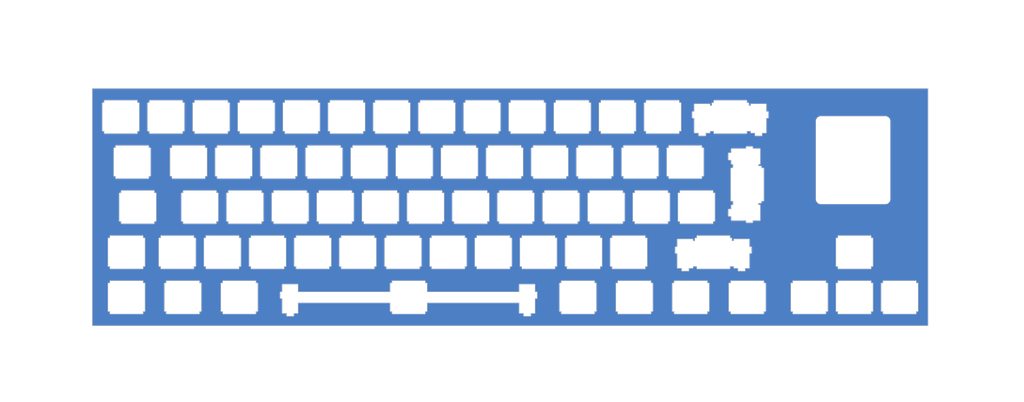
<source format=kicad_pcb>
(kicad_pcb (version 20221018) (generator pcbnew)
  (layers (0 "F.Cu" signal) (31 "B.Cu" signal) (34 "B.Paste" user) (35 "F.Paste" user) (36 "B.SilkS" user "B.Silkscreen") (37 "F.SilkS" user "F.Silkscreen") (38 "B.Mask" user) (39 "F.Mask" user) (44 "Edge.Cuts" user))
  (net 0 "")
  (gr_line (start 269.644135 -44.465635) (end 269.644135 -45.465635) (stroke (width 0.2)) (layer "Edge.Cuts"))
  (gr_line (start 177.063135 -101.615635) (end 176.263135 -101.615635) (stroke (width 0.2)) (layer "Edge.Cuts"))
  (gr_line (start 234.726135 -44.465635) (end 233.926135 -44.465635) (stroke (width 0.2)) (layer "Edge.Cuts"))
  (gr_line (start 24.663135 -88.615635) (end 38.663135 -88.615635) (stroke (width 0.2)) (layer "Edge.Cuts"))
  (gr_line (start 259.388135 -87.645635) (end 259.388135 -88.845635) (stroke (width 0.2)) (layer "Edge.Cuts"))
  (gr_line (start 282.931935 -59.240435) (end 282.931935 -60.040435) (stroke (width 0.2)) (layer "Edge.Cuts"))
  (gr_line (start 224.688135 -69.565635) (end 238.688135 -69.565635) (stroke (width 0.2)) (layer "Edge.Cuts"))
  (gr_line (start 81.013135 -101.615635) (end 81.013135 -89.615635) (stroke (width 0.2)) (layer "Edge.Cuts"))
  (gr_line (start 239.488135 -82.565635) (end 238.688135 -82.565635) (stroke (width 0.2)) (layer "Edge.Cuts"))
  (gr_line (start 212.494135 -13.415635) (end 213.294135 -13.415635) (stroke (width 0.2)) (layer "Edge.Cuts"))
  (gr_line (start 353.225635 -7.415635) (end 353.225635 -107.640635) (stroke (width 0.2)) (layer "Edge.Cuts"))
  (gr_arc (start 308.045635 -58.745635) (mid 306.49 -59.39) (end 305.845635 -60.945635) (stroke (width 0.1)) (layer "Edge.Cuts"))
  (gr_line (start 90.538135 -82.565635) (end 90.538135 -70.565635) (stroke (width 0.2)) (layer "Edge.Cuts"))
  (gr_line (start 153.251135 -63.515635) (end 152.451135 -63.515635) (stroke (width 0.2)) (layer "Edge.Cuts"))
  (gr_line (start 334.226135 -26.415635) (end 334.226135 -25.415635) (stroke (width 0.2)) (layer "Edge.Cuts"))
  (gr_line (start 29.426135 -45.465635) (end 29.426135 -44.465635) (stroke (width 0.2)) (layer "Edge.Cuts"))
  (gr_line (start 262.788135 -89.615635) (end 262.788135 -88.615635) (stroke (width 0.2)) (layer "Edge.Cuts"))
  (gr_line (start 34.188135 -83.565635) (end 34.188135 -82.565635) (stroke (width 0.2)) (layer "Edge.Cuts"))
  (gr_line (start 305.845635 -60.945635) (end 305.845635 -93.745635) (stroke (width 0.1)) (layer "Edge.Cuts"))
  (gr_line (start 176.263135 -101.615635) (end 176.263135 -89.615635) (stroke (width 0.2)) (layer "Edge.Cuts"))
  (gr_line (start 225.201135 -51.515635) (end 225.201135 -63.515635) (stroke (width 0.2)) (layer "Edge.Cuts"))
  (gr_line (start 162.488135 -83.565635) (end 148.488135 -83.565635) (stroke (width 0.2)) (layer "Edge.Cuts"))
  (gr_line (start 100.863135 -101.615635) (end 100.063135 -101.615635) (stroke (width 0.2)) (layer "Edge.Cuts"))
  (gr_line (start 234.213135 -89.615635) (end 234.213135 -88.615635) (stroke (width 0.2)) (layer "Edge.Cuts"))
  (gr_line (start 182.338135 -70.565635) (end 182.338135 -82.565635) (stroke (width 0.2)) (layer "Edge.Cuts"))
  (gr_line (start 349.026135 -25.415635) (end 348.226135 -25.415635) (stroke (width 0.2)) (layer "Edge.Cuts"))
  (gr_line (start 143.726135 -44.465635) (end 142.926135 -44.465635) (stroke (width 0.2)) (layer "Edge.Cuts"))
  (gr_line (start 247.419135 -43.995635) (end 247.419135 -40.765635) (stroke (width 0.2)) (layer "Edge.Cuts"))
  (gr_line (start 0.588135 -7.415635) (end 353.225635 -7.415635) (stroke (width 0.2)) (layer "Edge.Cuts"))
  (gr_line (start 62.476135 -44.465635) (end 62.476135 -45.465635) (stroke (width 0.2)) (layer "Edge.Cuts"))
  (gr_line (start 162.776135 -44.465635) (end 161.976135 -44.465635) (stroke (width 0.2)) (layer "Edge.Cuts"))
  (gr_line (start 162.488135 -70.565635) (end 163.288135 -70.565635) (stroke (width 0.2)) (layer "Edge.Cuts"))
  (gr_line (start 95.301135 -63.515635) (end 95.301135 -51.515635) (stroke (width 0.2)) (layer "Edge.Cuts"))
  (gr_line (start 181.538135 -82.565635) (end 181.538135 -83.565635) (stroke (width 0.2)) (layer "Edge.Cuts"))
  (gr_line (start 246.119135 -13.415635) (end 246.119135 -12.415635) (stroke (width 0.2)) (layer "Edge.Cuts"))
  (gr_line (start 277.869135 -37.965635) (end 278.744135 -37.965635) (stroke (width 0.2)) (layer "Edge.Cuts"))
  (gr_line (start 198.494135 -25.415635) (end 197.694135 -25.415635) (stroke (width 0.2)) (layer "Edge.Cuts"))
  (gr_line (start 200.588135 -70.565635) (end 201.388135 -70.565635) (stroke (width 0.2)) (layer "Edge.Cuts"))
  (gr_line (start 143.726135 -32.465635) (end 143.726135 -31.465635) (stroke (width 0.2)) (layer "Edge.Cuts"))
  (gr_line (start 234.213135 -102.615635) (end 234.213135 -101.615635) (stroke (width 0.2)) (layer "Edge.Cuts"))
  (gr_line (start 254.069135 -43.195635) (end 254.069135 -43.995635) (stroke (width 0.2)) (layer "Edge.Cuts"))
  (gr_line (start 87.382135 -21.715635) (end 87.382135 -24.945635) (stroke (width 0.2)) (layer "Edge.Cuts"))
  (gr_line (start 129.438135 -70.565635) (end 129.438135 -69.565635) (stroke (width 0.2)) (layer "Edge.Cuts"))
  (gr_line (start 270.161935 -82.265335) (end 270.161935 -80.440335) (stroke (width 0.2)) (layer "Edge.Cuts"))
  (gr_line (start 248.501135 -50.515635) (end 262.501135 -50.515635) (stroke (width 0.2)) (layer "Edge.Cuts"))
  (gr_line (start 52.438135 -70.565635) (end 53.238135 -70.565635) (stroke (width 0.2)) (layer "Edge.Cuts"))
  (gr_line (start 310.926135 -25.415635) (end 310.125135 -25.415635) (stroke (width 0.2)) (layer "Edge.Cuts"))
  (gr_line (start 77.051135 -50.515635) (end 91.051135 -50.515635) (stroke (width 0.2)) (layer "Edge.Cuts"))
  (gr_line (start 198.494135 -12.415635) (end 212.494135 -12.415635) (stroke (width 0.2)) (layer "Edge.Cuts"))
  (gr_line (start 67.238135 -70.565635) (end 68.038135 -70.565635) (stroke (width 0.2)) (layer "Edge.Cuts"))
  (gr_line (start 95.813135 -102.615635) (end 81.813135 -102.615635) (stroke (width 0.2)) (layer "Edge.Cuts"))
  (gr_line (start 200.876135 -44.465635) (end 200.076135 -44.465635) (stroke (width 0.2)) (layer "Edge.Cuts"))
  (gr_line (start 67.238135 -83.565635) (end 53.238135 -83.565635) (stroke (width 0.2)) (layer "Edge.Cuts"))
  (gr_line (start 62.763135 -102.615635) (end 62.763135 -101.615635) (stroke (width 0.2)) (layer "Edge.Cuts"))
  (gr_line (start 187.101135 -63.515635) (end 186.301135 -63.515635) (stroke (width 0.2)) (layer "Edge.Cuts"))
  (gr_line (start 223.888135 -70.565635) (end 224.688135 -70.565635) (stroke (width 0.2)) (layer "Edge.Cuts"))
  (gr_line (start 43.713135 -101.615635) (end 42.913135 -101.615635) (stroke (width 0.2)) (layer "Edge.Cuts"))
  (gr_line (start 38.951135 -64.515635) (end 38.951135 -63.515635) (stroke (width 0.2)) (layer "Edge.Cuts"))
  (gr_line (start 148.201135 -63.515635) (end 148.201135 -64.515635) (stroke (width 0.2)) (layer "Edge.Cuts"))
  (gr_line (start 205.351135 -63.515635) (end 205.351135 -64.515635) (stroke (width 0.2)) (layer "Edge.Cuts"))
  (gr_line (start 141.857135 -13.415635) (end 141.857135 -17.115635) (stroke (width 0.2)) (layer "Edge.Cuts"))
  (gr_line (start 224.688135 -82.565635) (end 223.888135 -82.565635) (stroke (width 0.2)) (layer "Edge.Cuts"))
  (gr_line (start 72.288135 -70.565635) (end 72.288135 -69.565635) (stroke (width 0.2)) (layer "Edge.Cuts"))
  (gr_line (start 210.401135 -50.515635) (end 224.401135 -50.515635) (stroke (width 0.2)) (layer "Edge.Cuts"))
  (gr_line (start 86.288135 -82.565635) (end 86.288135 -83.565635) (stroke (width 0.2)) (layer "Edge.Cuts"))
  (gr_line (start 62.476135 -32.465635) (end 63.276135 -32.465635) (stroke (width 0.2)) (layer "Edge.Cuts"))
  (gr_line (start 212.494135 -12.415635) (end 212.494135 -13.415635) (stroke (width 0.2)) (layer "Edge.Cuts"))
  (gr_line (start 270.444135 -43.195635) (end 270.444135 -44.465635) (stroke (width 0.2)) (layer "Edge.Cuts"))
  (gr_line (start 69.619135 -12.415635) (end 69.619135 -13.415635) (stroke (width 0.2)) (layer "Edge.Cuts"))
  (gr_line (start 76.763135 -101.615635) (end 76.763135 -102.615635) (stroke (width 0.2)) (layer "Edge.Cuts"))
  (gr_line (start 161.976135 -44.465635) (end 161.976135 -32.465635) (stroke (width 0.2)) (layer "Edge.Cuts"))
  (gr_line (start 269.644135 -45.465635) (end 255.644135 -45.465635) (stroke (width 0.2)) (layer "Edge.Cuts"))
  (gr_line (start 126.257135 -17.115635) (end 126.257135 -13.415635) (stroke (width 0.2)) (layer "Edge.Cuts"))
  (gr_line (start 214.876135 -45.465635) (end 200.876135 -45.465635) (stroke (width 0.2)) (layer "Edge.Cuts"))
  (gr_line (start 276.044135 -30.495635) (end 276.044135 -31.695635) (stroke (width 0.2)) (layer "Edge.Cuts"))
  (gr_line (start 110.101135 -63.515635) (end 110.101135 -64.515635) (stroke (width 0.2)) (layer "Edge.Cuts"))
  (gr_line (start 43.713135 -89.615635) (end 43.713135 -88.615635) (stroke (width 0.2)) (layer "Edge.Cuts"))
  (gr_line (start 270.161935 -56.640335) (end 268.961935 -56.640335) (stroke (width 0.2)) (layer "Edge.Cuts"))
  (gr_line (start 210.401135 -63.515635) (end 209.601135 -63.515635) (stroke (width 0.2)) (layer "Edge.Cuts"))
  (gr_line (start 114.351135 -63.515635) (end 114.351135 -51.515635) (stroke (width 0.2)) (layer "Edge.Cuts"))
  (gr_line (start 187.382135 -12.645635) (end 187.382135 -18.915635) (stroke (width 0.2)) (layer "Edge.Cuts"))
  (gr_line (start 200.588135 -83.565635) (end 186.588135 -83.565635) (stroke (width 0.2)) (layer "Edge.Cuts"))
  (gr_line (start 191.351135 -50.515635) (end 205.351135 -50.515635) (stroke (width 0.2)) (layer "Edge.Cuts"))
  (gr_line (start 248.501135 -63.515635) (end 247.701135 -63.515635) (stroke (width 0.2)) (layer "Edge.Cuts"))
  (gr_line (start 236.307135 -25.415635) (end 236.307135 -26.415635) (stroke (width 0.2)) (layer "Edge.Cuts"))
  (gr_line (start 46.607135 -25.415635) (end 45.807135 -25.415635) (stroke (width 0.2)) (layer "Edge.Cuts"))
  (gr_line (start 52.951135 -63.515635) (end 52.951135 -64.515635) (stroke (width 0.2)) (layer "Edge.Cuts"))
  (gr_line (start 315.176135 -44.465635) (end 314.375135 -44.465635) (stroke (width 0.2)) (layer "Edge.Cuts"))
  (gr_line (start 85.776135 -44.465635) (end 85.776135 -32.465635) (stroke (width 0.2)) (layer "Edge.Cuts"))
  (gr_line (start 10.376135 -82.565635) (end 9.576135 -82.565635) (stroke (width 0.2)) (layer "Edge.Cuts"))
  (gr_line (start 205.351135 -50.515635) (end 205.351135 -51.515635) (stroke (width 0.2)) (layer "Edge.Cuts"))
  (gr_line (start 157.213135 -101.615635) (end 157.213135 -89.615635) (stroke (width 0.2)) (layer "Edge.Cuts"))
  (gr_line (start 96.101135 -50.515635) (end 110.101135 -50.515635) (stroke (width 0.2)) (layer "Edge.Cuts"))
  (gr_line (start 115.151135 -51.515635) (end 115.151135 -50.515635) (stroke (width 0.2)) (layer "Edge.Cuts"))
  (gr_line (start 310.125135 -12.415635) (end 310.125135 -13.415635) (stroke (width 0.2)) (layer "Edge.Cuts"))
  (gr_line (start 172.301135 -50.515635) (end 186.301135 -50.515635) (stroke (width 0.2)) (layer "Edge.Cuts"))
  (gr_line (start 283.932135 -26.415635) (end 269.932135 -26.415635) (stroke (width 0.2)) (layer "Edge.Cuts"))
  (gr_line (start 214.363135 -89.615635) (end 215.163135 -89.615635) (stroke (width 0.2)) (layer "Edge.Cuts"))
  (gr_line (start 157.726135 -45.465635) (end 143.726135 -45.465635) (stroke (width 0.2)) (layer "Edge.Cuts"))
  (gr_line (start 25.176135 -70.565635) (end 25.176135 -82.565635) (stroke (width 0.2)) (layer "Edge.Cuts"))
  (gr_line (start 110.101135 -64.515635) (end 96.101135 -64.515635) (stroke (width 0.2)) (layer "Edge.Cuts"))
  (gr_line (start 282.931935 -74.840435) (end 281.661935 -74.840435) (stroke (width 0.2)) (layer "Edge.Cuts"))
  (gr_line (start 52.951135 -50.515635) (end 52.951135 -51.515635) (stroke (width 0.2)) (layer "Edge.Cuts"))
  (gr_line (start 23.863135 -101.615635) (end 23.863135 -89.615635) (stroke (width 0.2)) (layer "Edge.Cuts"))
  (gr_line (start 114.863135 -102.615635) (end 100.863135 -102.615635) (stroke (width 0.2)) (layer "Edge.Cuts"))
  (gr_line (start 310.125135 -26.415635) (end 296.125135 -26.415635) (stroke (width 0.2)) (layer "Edge.Cuts"))
  (gr_line (start 186.301135 -64.515635) (end 172.301135 -64.515635) (stroke (width 0.2)) (layer "Edge.Cuts"))
  (gr_line (start 283.931935 -60.040435) (end 283.931935 -74.040435) (stroke (width 0.2)) (layer "Edge.Cuts"))
  (gr_line (start 114.351135 -51.515635) (end 115.151135 -51.515635) (stroke (width 0.2)) (layer "Edge.Cuts"))
  (gr_line (start 141.057135 -25.415635) (end 141.057135 -26.415635) (stroke (width 0.2)) (layer "Edge.Cuts"))
  (gr_line (start 85.776135 -32.465635) (end 86.576135 -32.465635) (stroke (width 0.2)) (layer "Edge.Cuts"))
  (gr_line (start 77.051135 -64.515635) (end 77.051135 -63.515635) (stroke (width 0.2)) (layer "Edge.Cuts"))
  (gr_line (start 255.644135 -32.465635) (end 255.644135 -31.465635) (stroke (width 0.2)) (layer "Edge.Cuts"))
  (gr_line (start 233.413135 -89.615635) (end 234.213135 -89.615635) (stroke (width 0.2)) (layer "Edge.Cuts"))
  (gr_line (start 62.763135 -101.615635) (end 61.963135 -101.615635) (stroke (width 0.2)) (layer "Edge.Cuts"))
  (gr_line (start 233.926135 -44.465635) (end 233.926135 -45.465635) (stroke (width 0.2)) (layer "Edge.Cuts"))
  (gr_line (start 187.382135 -24.945635) (end 180.732135 -24.945635) (stroke (width 0.2)) (layer "Edge.Cuts"))
  (gr_line (start 141.057135 -13.415635) (end 141.857135 -13.415635) (stroke (width 0.2)) (layer "Edge.Cuts"))
  (gr_line (start 48.188135 -82.565635) (end 48.188135 -83.565635) (stroke (width 0.2)) (layer "Edge.Cuts"))
  (gr_line (start 191.063135 -89.615635) (end 191.863135 -89.615635) (stroke (width 0.2)) (layer "Edge.Cuts"))
  (gr_line (start 62.763135 -89.615635) (end 62.763135 -88.615635) (stroke (width 0.2)) (layer "Edge.Cuts"))
  (gr_line (start 284.732135 -13.415635) (end 284.732135 -25.415635) (stroke (width 0.2)) (layer "Edge.Cuts"))
  (gr_line (start 185.788135 -82.565635) (end 185.788135 -70.565635) (stroke (width 0.2)) (layer "Edge.Cuts"))
  (gr_line (start 72.288135 -69.565635) (end 86.288135 -69.565635) (stroke (width 0.2)) (layer "Edge.Cuts"))
  (gr_line (start 86.576135 -32.465635) (end 86.576135 -31.465635) (stroke (width 0.2)) (layer "Edge.Cuts"))
  (gr_line (start 246.544135 -37.965635) (end 247.419135 -37.965635) (stroke (width 0.2)) (layer "Edge.Cuts"))
  (gr_line (start 182.557135 -12.645635) (end 182.557135 -11.445635) (stroke (width 0.2)) (layer "Edge.Cuts"))
  (gr_line (start 55.619135 -13.415635) (end 55.619135 -12.415635) (stroke (width 0.2)) (layer "Edge.Cuts"))
  (gr_line (start 10.376135 -83.565635) (end 10.376135 -82.565635) (stroke (width 0.2)) (layer "Edge.Cuts"))
  (gr_line (start 72.288135 -83.565635) (end 72.288135 -82.565635) (stroke (width 0.2)) (layer "Edge.Cuts"))
  (gr_line (start 254.563135 -95.115635) (end 254.563135 -88.845635) (stroke (width 0.2)) (layer "Edge.Cuts"))
  (gr_line (start 55.619135 -26.415635) (end 55.619135 -25.415635) (stroke (width 0.2)) (layer "Edge.Cuts"))
  (gr_line (start 195.826135 -45.465635) (end 181.826135 -45.465635) (stroke (width 0.2)) (layer "Edge.Cuts"))
  (gr_line (start 215.163135 -89.615635) (end 215.163135 -88.615635) (stroke (width 0.2)) (layer "Edge.Cuts"))
  (gr_line (start 82.557135 -12.645635) (end 82.557135 -11.445635) (stroke (width 0.2)) (layer "Edge.Cuts"))
  (gr_line (start 280.188135 -88.845635) (end 280.188135 -87.645635) (stroke (width 0.2)) (layer "Edge.Cuts"))
  (gr_line (start 233.926135 -31.465635) (end 233.926135 -32.465635) (stroke (width 0.2)) (layer "Edge.Cuts"))
  (gr_line (start 219.926135 -45.465635) (end 219.926135 -44.465635) (stroke (width 0.2)) (layer "Edge.Cuts"))
  (gr_line (start 62.763135 -88.615635) (end 76.763135 -88.615635) (stroke (width 0.2)) (layer "Edge.Cuts"))
  (gr_line (start 91.338135 -70.565635) (end 91.338135 -69.565635) (stroke (width 0.2)) (layer "Edge.Cuts"))
  (gr_line (start 31.807135 -25.415635) (end 31.007135 -25.415635) (stroke (width 0.2)) (layer "Edge.Cuts"))
  (gr_line (start 268.961935 -53.640335) (end 270.161935 -53.640335) (stroke (width 0.2)) (layer "Edge.Cuts"))
  (gr_line (start 12.757135 -50.515635) (end 26.757135 -50.515635) (stroke (width 0.2)) (layer "Edge.Cuts"))
  (gr_line (start 257.738135 -83.565635) (end 243.738135 -83.565635) (stroke (width 0.2)) (layer "Edge.Cuts"))
  (gr_line (start 105.338135 -69.565635) (end 105.338135 -70.565635) (stroke (width 0.2)) (layer "Edge.Cuts"))
  (gr_line (start 72.288135 -82.565635) (end 71.488135 -82.565635) (stroke (width 0.2)) (layer "Edge.Cuts"))
  (gr_line (start 119.113135 -101.615635) (end 119.113135 -89.615635) (stroke (width 0.2)) (layer "Edge.Cuts"))
  (gr_line (start 196.626135 -32.465635) (end 196.626135 -44.465635) (stroke (width 0.2)) (layer "Edge.Cuts"))
  (gr_line (start 67.238135 -69.565635) (end 67.238135 -70.565635) (stroke (width 0.2)) (layer "Edge.Cuts"))
  (gr_line (start 276.788135 -101.615635) (end 276.788135 -102.615635) (stroke (width 0.2)) (layer "Edge.Cuts"))
  (gr_line (start 285.013135 -88.845635) (end 285.013135 -95.115635) (stroke (width 0.2)) (layer "Edge.Cuts"))
  (gr_line (start 238.688135 -83.565635) (end 224.688135 -83.565635) (stroke (width 0.2)) (layer "Edge.Cuts"))
  (gr_line (start 38.151135 -63.515635) (end 38.151135 -51.515635) (stroke (width 0.2)) (layer "Edge.Cuts"))
  (gr_line (start 45.807135 -25.415635) (end 45.807135 -26.415635) (stroke (width 0.2)) (layer "Edge.Cuts"))
  (gr_line (start 196.113135 -101.615635) (end 195.313135 -101.615635) (stroke (width 0.2)) (layer "Edge.Cuts"))
  (gr_line (start 181.826135 -32.465635) (end 181.826135 -31.465635) (stroke (width 0.2)) (layer "Edge.Cuts"))
  (gr_line (start 247.701135 -63.515635) (end 247.701135 -51.515635) (stroke (width 0.2)) (layer "Edge.Cuts"))
  (gr_line (start 254.563135 -88.845635) (end 256.388135 -88.845635) (stroke (width 0.2)) (layer "Edge.Cuts"))
  (gr_line (start 110.101135 -51.515635) (end 110.901135 -51.515635) (stroke (width 0.2)) (layer "Edge.Cuts"))
  (gr_line (start 257.738135 -69.565635) (end 257.738135 -70.565635) (stroke (width 0.2)) (layer "Edge.Cuts"))
  (gr_line (start 271.219135 -32.495635) (end 271.219135 -31.695635) (stroke (width 0.2)) (layer "Edge.Cuts"))
  (gr_line (start 223.888135 -82.565635) (end 223.888135 -70.565635) (stroke (width 0.2)) (layer "Edge.Cuts"))
  (gr_line (start 283.932135 -25.415635) (end 283.932135 -26.415635) (stroke (width 0.2)) (layer "Edge.Cuts"))
  (gr_line (start 219.638135 -83.565635) (end 205.638135 -83.565635) (stroke (width 0.2)) (layer "Edge.Cuts"))
  (gr_line (start 67.526135 -45.465635) (end 67.526135 -44.465635) (stroke (width 0.2)) (layer "Edge.Cuts"))
  (gr_line (start 114.863135 -101.615635) (end 114.863135 -102.615635) (stroke (width 0.2)) (layer "Edge.Cuts"))
  (gr_line (start 191.863135 -89.615635) (end 191.863135 -101.615635) (stroke (width 0.2)) (layer "Edge.Cuts"))
  (gr_line (start 248.213135 -102.615635) (end 234.213135 -102.615635) (stroke (width 0.2)) (layer "Edge.Cuts"))
  (gr_line (start 329.976135 -44.465635) (end 329.176135 -44.465635) (stroke (width 0.2)) (layer "Edge.Cuts"))
  (gr_line (start 7.994135 -25.415635) (end 7.194135 -25.415635) (stroke (width 0.2)) (layer "Edge.Cuts"))
  (gr_line (start 233.926135 -32.465635) (end 234.726135 -32.465635) (stroke (width 0.2)) (layer "Edge.Cuts"))
  (gr_line (start 57.713135 -101.615635) (end 57.713135 -102.615635) (stroke (width 0.2)) (layer "Edge.Cuts"))
  (gr_line (start 213.294135 -13.415635) (end 213.294135 -25.415635) (stroke (width 0.2)) (layer "Edge.Cuts"))
  (gr_line (start 52.951135 -51.515635) (end 53.750135 -51.515635) (stroke (width 0.2)) (layer "Edge.Cuts"))
  (gr_line (start 141.857135 -17.115635) (end 180.732135 -17.115635) (stroke (width 0.2)) (layer "Edge.Cuts"))
  (gr_line (start 182.338135 -82.565635) (end 181.538135 -82.565635) (stroke (width 0.2)) (layer "Edge.Cuts"))
  (gr_line (start 255.644135 -44.465635) (end 254.844135 -44.465635) (stroke (width 0.2)) (layer "Edge.Cuts"))
  (gr_line (start 100.063135 -89.615635) (end 100.863135 -89.615635) (stroke (width 0.2)) (layer "Edge.Cuts"))
  (gr_line (start 269.932135 -25.415635) (end 269.132135 -25.415635) (stroke (width 0.2)) (layer "Edge.Cuts"))
  (gr_line (start 261.988135 -100.345635) (end 261.213135 -100.345635) (stroke (width 0.2)) (layer "Edge.Cuts"))
  (gr_line (start 200.076135 -44.465635) (end 200.076135 -32.465635) (stroke (width 0.2)) (layer "Edge.Cuts"))
  (gr_line (start 215.163135 -102.615635) (end 215.163135 -101.615635) (stroke (width 0.2)) (layer "Edge.Cuts"))
  (gr_line (start 278.363135 -88.845635) (end 280.188135 -88.845635) (stroke (width 0.2)) (layer "Edge.Cuts"))
  (gr_line (start 200.588135 -69.565635) (end 200.588135 -70.565635) (stroke (width 0.2)) (layer "Edge.Cuts"))
  (gr_line (start 110.388135 -69.565635) (end 124.388135 -69.565635) (stroke (width 0.2)) (layer "Edge.Cuts"))
  (gr_line (start 57.713135 -102.615635) (end 43.713135 -102.615635) (stroke (width 0.2)) (layer "Edge.Cuts"))
  (gr_line (start 87.382135 -12.645635) (end 87.382135 -17.115635) (stroke (width 0.2)) (layer "Edge.Cuts"))
  (gr_line (start 7.194135 -44.465635) (end 7.194135 -32.465635) (stroke (width 0.2)) (layer "Edge.Cuts"))
  (gr_line (start 219.638135 -82.565635) (end 219.638135 -83.565635) (stroke (width 0.2)) (layer "Edge.Cuts"))
  (gr_line (start 105.626135 -44.465635) (end 104.826135 -44.465635) (stroke (width 0.2)) (layer "Edge.Cuts"))
  (gr_line (start 229.163135 -88.615635) (end 229.163135 -89.615635) (stroke (width 0.2)) (layer "Edge.Cuts"))
  (gr_line (start 125.188135 -82.565635) (end 124.388135 -82.565635) (stroke (width 0.2)) (layer "Edge.Cuts"))
  (gr_line (start 133.913135 -89.615635) (end 134.713135 -89.615635) (stroke (width 0.2)) (layer "Edge.Cuts"))
  (gr_line (start 120.426135 -44.465635) (end 119.626135 -44.465635) (stroke (width 0.2)) (layer "Edge.Cuts"))
  (gr_line (start 72.001135 -64.515635) (end 58.001135 -64.515635) (stroke (width 0.2)) (layer "Edge.Cuts"))
  (gr_line (start 143.726135 -31.465635) (end 157.726135 -31.465635) (stroke (width 0.2)) (layer "Edge.Cuts"))
  (gr_line (start 220.438135 -82.565635) (end 219.638135 -82.565635) (stroke (width 0.2)) (layer "Edge.Cuts"))
  (gr_line (start 234.213135 -88.615635) (end 248.213135 -88.615635) (stroke (width 0.2)) (layer "Edge.Cuts"))
  (gr_line (start 162.776135 -31.465635) (end 176.776135 -31.465635) (stroke (width 0.2)) (layer "Edge.Cuts"))
  (gr_line (start 248.501135 -64.515635) (end 248.501135 -63.515635) (stroke (width 0.2)) (layer "Edge.Cuts"))
  (gr_line (start 220.438135 -70.565635) (end 220.438135 -82.565635) (stroke (width 0.2)) (layer "Edge.Cuts"))
  (gr_line (start 222.307135 -25.415635) (end 221.507135 -25.415635) (stroke (width 0.2)) (layer "Edge.Cuts"))
  (gr_line (start 243.738135 -70.565635) (end 243.738135 -69.565635) (stroke (width 0.2)) (layer "Edge.Cuts"))
  (gr_line (start 222.307135 -12.415635) (end 236.307135 -12.415635) (stroke (width 0.2)) (layer "Edge.Cuts"))
  (gr_line (start 129.438135 -69.565635) (end 143.438135 -69.565635) (stroke (width 0.2)) (layer "Edge.Cuts"))
  (gr_line (start 138.676135 -44.465635) (end 138.676135 -45.465635) (stroke (width 0.2)) (layer "Edge.Cuts"))
  (gr_line (start 7.194135 -13.415635) (end 7.994135 -13.415635) (stroke (width 0.2)) (layer "Edge.Cuts"))
  (gr_line (start 91.338135 -69.565635) (end 105.338135 -69.565635) (stroke (width 0.2)) (layer "Edge.Cuts"))
  (gr_line (start 69.619135 -13.415635) (end 70.419135 -13.415635) (stroke (width 0.2)) (layer "Edge.Cuts"))
  (gr_line (start 177.063135 -89.615635) (end 177.063135 -88.615635) (stroke (width 0.2)) (layer "Edge.Cuts"))
  (gr_line (start 209.601135 -51.515635) (end 210.401135 -51.515635) (stroke (width 0.2)) (layer "Edge.Cuts"))
  (gr_line (start 138.676135 -45.465635) (end 124.676135 -45.465635) (stroke (width 0.2)) (layer "Edge.Cuts"))
  (gr_line (start 129.951135 -63.515635) (end 129.151135 -63.515635) (stroke (width 0.2)) (layer "Edge.Cuts"))
  (gr_line (start 119.113135 -89.615635) (end 119.913135 -89.615635) (stroke (width 0.2)) (layer "Edge.Cuts"))
  (gr_line (start 158.013135 -101.615635) (end 157.213135 -101.615635) (stroke (width 0.2)) (layer "Edge.Cuts"))
  (gr_line (start 234.726135 -32.465635) (end 234.726135 -44.465635) (stroke (width 0.2)) (layer "Edge.Cuts"))
  (gr_line (start 21.994135 -31.465635) (end 21.994135 -32.465635) (stroke (width 0.2)) (layer "Edge.Cuts"))
  (gr_line (start 101.376135 -44.465635) (end 100.576135 -44.465635) (stroke (width 0.2)) (layer "Edge.Cuts"))
  (gr_line (start 261.988135 -101.615635) (end 261.988135 -100.345635) (stroke (width 0.2)) (layer "Edge.Cuts"))
  (gr_line (start 172.813135 -89.615635) (end 172.813135 -101.615635) (stroke (width 0.2)) (layer "Edge.Cuts"))
  (gr_line (start 148.488135 -69.565635) (end 162.488135 -69.565635) (stroke (width 0.2)) (layer "Edge.Cuts"))
  (gr_line (start 5.613135 -102.615635) (end 5.613135 -101.615635) (stroke (width 0.2)) (layer "Edge.Cuts"))
  (gr_line (start 222.307135 -13.415635) (end 222.307135 -12.415635) (stroke (width 0.2)) (layer "Edge.Cuts"))
  (gr_line (start 128.638135 -70.565635) (end 129.438135 -70.565635) (stroke (width 0.2)) (layer "Edge.Cuts"))
  (gr_line (start 77.051135 -51.515635) (end 77.051135 -50.515635) (stroke (width 0.2)) (layer "Edge.Cuts"))
  (gr_line (start 269.932135 -26.415635) (end 269.932135 -25.415635) (stroke (width 0.2)) (layer "Edge.Cuts"))
  (gr_line (start 139.476135 -44.465635) (end 138.676135 -44.465635) (stroke (width 0.2)) (layer "Edge.Cuts"))
  (gr_line (start 243.738135 -82.565635) (end 242.938135 -82.565635) (stroke (width 0.2)) (layer "Edge.Cuts"))
  (gr_line (start 214.876135 -44.465635) (end 214.876135 -45.465635) (stroke (width 0.2)) (layer "Edge.Cuts"))
  (gr_line (start 46.607135 -13.415635) (end 46.607135 -25.415635) (stroke (width 0.2)) (layer "Edge.Cuts"))
  (gr_line (start 205.638135 -82.565635) (end 204.838135 -82.565635) (stroke (width 0.2)) (layer "Edge.Cuts"))
  (gr_line (start 148.488135 -82.565635) (end 147.688135 -82.565635) (stroke (width 0.2)) (layer "Edge.Cuts"))
  (gr_line (start 261.213135 -101.145635) (end 254.563135 -101.145635) (stroke (width 0.2)) (layer "Edge.Cuts"))
  (gr_line (start 261.213135 -89.645635) (end 261.988135 -89.645635) (stroke (width 0.2)) (layer "Edge.Cuts"))
  (gr_line (start 285.888135 -95.115635) (end 285.888135 -97.915635) (stroke (width 0.2)) (layer "Edge.Cuts"))
  (gr_line (start 233.413135 -101.615635) (end 233.413135 -89.615635) (stroke (width 0.2)) (layer "Edge.Cuts"))
  (gr_line (start 210.401135 -64.515635) (end 210.401135 -63.515635) (stroke (width 0.2)) (layer "Edge.Cuts"))
  (gr_line (start 28.625135 -44.465635) (end 28.625135 -32.465635) (stroke (width 0.2)) (layer "Edge.Cuts"))
  (gr_line (start 138.963135 -88.615635) (end 152.963135 -88.615635) (stroke (width 0.2)) (layer "Edge.Cuts"))
  (gr_line (start 196.113135 -102.615635) (end 196.113135 -101.615635) (stroke (width 0.2)) (layer "Edge.Cuts"))
  (gr_line (start 158.013135 -89.615635) (end 158.013135 -88.615635) (stroke (width 0.2)) (layer "Edge.Cuts"))
  (gr_line (start 57.201135 -63.515635) (end 57.201135 -51.515635) (stroke (width 0.2)) (layer "Edge.Cuts"))
  (gr_line (start 315.176135 -26.415635) (end 315.176135 -25.415635) (stroke (width 0.2)) (layer "Edge.Cuts"))
  (gr_line (start 270.161935 -75.615335) (end 270.961835 -75.615335) (stroke (width 0.2)) (layer "Edge.Cuts"))
  (gr_line (start 67.526135 -44.465635) (end 66.726135 -44.465635) (stroke (width 0.2)) (layer "Edge.Cuts"))
  (gr_line (start 123.876135 -44.465635) (end 123.876135 -32.465635) (stroke (width 0.2)) (layer "Edge.Cuts"))
  (gr_line (start 44.225135 -32.465635) (end 44.225135 -44.465635) (stroke (width 0.2)) (layer "Edge.Cuts"))
  (gr_line (start 69.619135 -25.415635) (end 69.619135 -26.415635) (stroke (width 0.2)) (layer "Edge.Cuts"))
  (gr_line (start 148.201135 -64.515635) (end 134.201135 -64.515635) (stroke (width 0.2)) (layer "Edge.Cuts"))
  (gr_line (start 254.069135 -43.995635) (end 247.419135 -43.995635) (stroke (width 0.2)) (layer "Edge.Cuts"))
  (gr_line (start 163.288135 -82.565635) (end 162.488135 -82.565635) (stroke (width 0.2)) (layer "Edge.Cuts"))
  (gr_line (start 39.463135 -101.615635) (end 38.663135 -101.615635) (stroke (width 0.2)) (layer "Edge.Cuts"))
  (gr_line (start 270.444135 -32.465635) (end 270.444135 -32.495635) (stroke (width 0.2)) (layer "Edge.Cuts"))
  (gr_line (start 270.444135 -32.495635) (end 271.219135 -32.495635) (stroke (width 0.2)) (layer "Edge.Cuts"))
  (gr_line (start 269.931935 -74.040435) (end 269.931935 -60.040435) (stroke (width 0.2)) (layer "Edge.Cuts"))
  (gr_line (start 148.201135 -50.515635) (end 148.201135 -51.515635) (stroke (width 0.2)) (layer "Edge.Cuts"))
  (gr_line (start 334.226135 -12.415635) (end 348.226135 -12.415635) (stroke (width 0.2)) (layer "Edge.Cuts"))
  (gr_line (start 24.663135 -101.615635) (end 23.863135 -101.615635) (stroke (width 0.2)) (layer "Edge.Cuts"))
  (gr_line (start 258.538135 -70.565635) (end 258.538135 -82.565635) (stroke (width 0.2)) (layer "Edge.Cuts"))
  (gr_line (start 141.857135 -21.715635) (end 141.857135 -25.415635) (stroke (width 0.2)) (layer "Edge.Cuts"))
  (gr_line (start 248.213135 -101.615635) (end 248.213135 -102.615635) (stroke (width 0.2)) (layer "Edge.Cuts"))
  (gr_line (start 143.726135 -45.465635) (end 143.726135 -44.465635) (stroke (width 0.2)) (layer "Edge.Cuts"))
  (gr_line (start 176.776135 -45.465635) (end 162.776135 -45.465635) (stroke (width 0.2)) (layer "Edge.Cuts"))
  (gr_line (start 95.813135 -101.615635) (end 95.813135 -102.615635) (stroke (width 0.2)) (layer "Edge.Cuts"))
  (gr_line (start 162.488135 -69.565635) (end 162.488135 -70.565635) (stroke (width 0.2)) (layer "Edge.Cuts"))
  (gr_line (start 177.576135 -32.465635) (end 177.576135 -44.465635) (stroke (width 0.2)) (layer "Edge.Cuts"))
  (gr_line (start 80.732135 -18.915635) (end 80.732135 -12.645635) (stroke (width 0.2)) (layer "Edge.Cuts"))
  (gr_line (start 44.225135 -44.465635) (end 43.426135 -44.465635) (stroke (width 0.2)) (layer "Edge.Cuts"))
  (gr_line (start 224.688135 -83.565635) (end 224.688135 -82.565635) (stroke (width 0.2)) (layer "Edge.Cuts"))
  (gr_line (start 27.557135 -51.515635) (end 27.557135 -63.515635) (stroke (width 0.2)) (layer "Edge.Cuts"))
  (gr_line (start 260.119135 -13.415635) (end 260.919135 -13.415635) (stroke (width 0.2)) (layer "Edge.Cuts"))
  (gr_line (start 71.488135 -70.565635) (end 72.288135 -70.565635) (stroke (width 0.2)) (layer "Edge.Cuts"))
  (gr_line (start 276.431935 -51.815335) (end 276.431935 -50.940335) (stroke (width 0.2)) (layer "Edge.Cuts"))
  (gr_line (start 261.988135 -89.645635) (end 261.988135 -89.615635) (stroke (width 0.2)) (layer "Edge.Cuts"))
  (gr_line (start 126.257135 -13.415635) (end 127.057135 -13.415635) (stroke (width 0.2)) (layer "Edge.Cuts"))
  (gr_line (start 206.151135 -63.515635) (end 205.351135 -63.515635) (stroke (width 0.2)) (layer "Edge.Cuts"))
  (gr_line (start 129.151135 -51.515635) (end 129.951135 -51.515635) (stroke (width 0.2)) (layer "Edge.Cuts"))
  (gr_line (start 138.163135 -101.615635) (end 138.163135 -89.615635) (stroke (width 0.2)) (layer "Edge.Cuts"))
  (gr_line (start 80.732135 -12.645635) (end 82.557135 -12.645635) (stroke (width 0.2)) (layer "Edge.Cuts"))
  (gr_line (start 257.738135 -70.565635) (end 258.538135 -70.565635) (stroke (width 0.2)) (layer "Edge.Cuts"))
  (gr_line (start 31.007135 -25.415635) (end 31.007135 -13.415635) (stroke (width 0.2)) (layer "Edge.Cuts"))
  (gr_line (start 153.251135 -51.515635) (end 153.251135 -50.515635) (stroke (width 0.2)) (layer "Edge.Cuts"))
  (gr_line (start 81.813135 -101.615635) (end 81.013135 -101.615635) (stroke (width 0.2)) (layer "Edge.Cuts"))
  (gr_line (start 79.832135 -21.715635) (end 79.832135 -18.915635) (stroke (width 0.2)) (layer "Edge.Cuts"))
  (gr_line (start 229.451135 -64.515635) (end 229.451135 -63.515635) (stroke (width 0.2)) (layer "Edge.Cuts"))
  (gr_line (start 100.063135 -101.615635) (end 100.063135 -89.615635) (stroke (width 0.2)) (layer "Edge.Cuts"))
  (gr_line (start 21.994135 -32.465635) (end 22.794135 -32.465635) (stroke (width 0.2)) (layer "Edge.Cuts"))
  (gr_line (start 276.431935 -83.140335) (end 276.431935 -82.265335) (stroke (width 0.2)) (layer "Edge.Cuts"))
  (gr_line (start 38.951135 -63.515635) (end 38.151135 -63.515635) (stroke (width 0.2)) (layer "Edge.Cuts"))
  (gr_line (start 72.001135 -51.515635) (end 72.801135 -51.515635) (stroke (width 0.2)) (layer "Edge.Cuts"))
  (gr_line (start 247.419135 -37.965635) (end 247.419135 -31.695635) (stroke (width 0.2)) (layer "Edge.Cuts"))
  (gr_line (start 129.151135 -63.515635) (end 129.151135 -64.515635) (stroke (width 0.2)) (layer "Edge.Cuts"))
  (gr_line (start 77.563135 -101.615635) (end 76.763135 -101.615635) (stroke (width 0.2)) (layer "Edge.Cuts"))
  (gr_line (start 238.688135 -82.565635) (end 238.688135 -83.565635) (stroke (width 0.2)) (layer "Edge.Cuts"))
  (gr_line (start 281.661935 -58.465435) (end 281.661935 -59.240435) (stroke (width 0.2)) (layer "Edge.Cuts"))
  (gr_line (start 245.319135 -25.415635) (end 245.319135 -13.415635) (stroke (width 0.2)) (layer "Edge.Cuts"))
  (gr_line (start 279.231935 -50.940335) (end 279.231935 -51.815335) (stroke (width 0.2)) (layer "Edge.Cuts"))
  (gr_line (start 81.813135 -89.615635) (end 81.813135 -88.615635) (stroke (width 0.2)) (layer "Edge.Cuts"))
  (gr_line (start 55.619135 -12.415635) (end 69.619135 -12.415635) (stroke (width 0.2)) (layer "Edge.Cuts"))
  (gr_line (start 205.638135 -83.565635) (end 205.638135 -82.565635) (stroke (width 0.2)) (layer "Edge.Cuts"))
  (gr_line (start 82.557135 -11.445635) (end 85.557135 -11.445635) (stroke (width 0.2)) (layer "Edge.Cuts"))
  (gr_line (start 162.776135 -45.465635) (end 162.776135 -44.465635) (stroke (width 0.2)) (layer "Edge.Cuts"))
  (gr_line (start 125.188135 -70.565635) (end 125.188135 -82.565635) (stroke (width 0.2)) (layer "Edge.Cuts"))
  (gr_line (start 172.301135 -63.515635) (end 171.501135 -63.515635) (stroke (width 0.2)) (layer "Edge.Cuts"))
  (gr_line (start 254.563135 -101.145635) (end 254.563135 -97.915635) (stroke (width 0.2)) (layer "Edge.Cuts"))
  (gr_line (start 77.051135 -63.515635) (end 76.251135 -63.515635) (stroke (width 0.2)) (layer "Edge.Cuts"))
  (gr_line (start 119.913135 -102.615635) (end 119.913135 -101.615635) (stroke (width 0.2)) (layer "Edge.Cuts"))
  (gr_line (start 91.338135 -83.565635) (end 91.338135 -82.565635) (stroke (width 0.2)) (layer "Edge.Cuts"))
  (gr_line (start 124.388135 -69.565635) (end 124.388135 -70.565635) (stroke (width 0.2)) (layer "Edge.Cuts"))
  (gr_line (start 21.994135 -44.465635) (end 21.994135 -45.465635) (stroke (width 0.2)) (layer "Edge.Cuts"))
  (gr_line (start 133.401135 -51.515635) (end 134.201135 -51.515635) (stroke (width 0.2)) (layer "Edge.Cuts"))
  (gr_line (start 181.826135 -44.465635) (end 181.026135 -44.465635) (stroke (width 0.2)) (layer "Edge.Cuts"))
  (gr_line (start 38.151135 -51.515635) (end 38.951135 -51.515635) (stroke (width 0.2)) (layer "Edge.Cuts"))
  (gr_line (start 200.876135 -31.465635) (end 214.876135 -31.465635) (stroke (width 0.2)) (layer "Edge.Cuts"))
  (gr_line (start 70.419135 -25.415635) (end 69.619135 -25.415635) (stroke (width 0.2)) (layer "Edge.Cuts"))
  (gr_line (start 48.476135 -31.465635) (end 62.476135 -31.465635) (stroke (width 0.2)) (layer "Edge.Cuts"))
  (gr_line (start 143.438135 -69.565635) (end 143.438135 -70.565635) (stroke (width 0.2)) (layer "Edge.Cuts"))
  (gr_line (start 148.201135 -51.515635) (end 149.001135 -51.515635) (stroke (width 0.2)) (layer "Edge.Cuts"))
  (gr_line (start 72.801135 -63.515635) (end 72.001135 -63.515635) (stroke (width 0.2)) (layer "Edge.Cuts"))
  (gr_line (start 110.101135 -50.515635) (end 110.101135 -51.515635) (stroke (width 0.2)) (layer "Edge.Cuts"))
  (gr_line (start 100.576135 -44.465635) (end 100.576135 -45.465635) (stroke (width 0.2)) (layer "Edge.Cuts"))
  (gr_line (start 48.476135 -44.465635) (end 47.676135 -44.465635) (stroke (width 0.2)) (layer "Edge.Cuts"))
  (gr_line (start 80.732135 -21.715635) (end 79.832135 -21.715635) (stroke (width 0.2)) (layer "Edge.Cuts"))
  (gr_line (start 10.376135 -69.565635) (end 24.376135 -69.565635) (stroke (width 0.2)) (layer "Edge.Cuts"))
  (gr_line (start 315.176135 -12.415635) (end 329.176135 -12.415635) (stroke (width 0.2)) (layer "Edge.Cuts"))
  (gr_line (start 129.438135 -83.565635) (end 129.438135 -82.565635) (stroke (width 0.2)) (layer "Edge.Cuts"))
  (gr_line (start 119.626135 -45.465635) (end 105.626135 -45.465635) (stroke (width 0.2)) (layer "Edge.Cuts"))
  (gr_line (start 153.763135 -101.615635) (end 152.963135 -101.615635) (stroke (width 0.2)) (layer "Edge.Cuts"))
  (gr_line (start 224.401135 -50.515635) (end 224.401135 -51.515635) (stroke (width 0.2)) (layer "Edge.Cuts"))
  (gr_line (start 254.844135 -43.195635) (end 254.069135 -43.195635) (stroke (width 0.2)) (layer "Edge.Cuts"))
  (gr_line (start 185.557135 -12.645635) (end 187.382135 -12.645635) (stroke (width 0.2)) (layer "Edge.Cuts"))
  (gr_line (start 177.063135 -88.615635) (end 191.063135 -88.615635) (stroke (width 0.2)) (layer "Edge.Cuts"))
  (gr_line (start 115.151135 -50.515635) (end 129.151135 -50.515635) (stroke (width 0.2)) (layer "Edge.Cuts"))
  (gr_line (start 162.776135 -32.465635) (end 162.776135 -31.465635) (stroke (width 0.2)) (layer "Edge.Cuts"))
  (gr_line (start 205.638135 -70.565635) (end 205.638135 -69.565635) (stroke (width 0.2)) (layer "Edge.Cuts"))
  (gr_line (start 110.901135 -51.515635) (end 110.901135 -63.515635) (stroke (width 0.2)) (layer "Edge.Cuts"))
  (gr_line (start 124.676135 -31.465635) (end 138.676135 -31.465635) (stroke (width 0.2)) (layer "Edge.Cuts"))
  (gr_line (start 21.994135 -45.465635) (end 7.994135 -45.465635) (stroke (width 0.2)) (layer "Edge.Cuts"))
  (gr_line (start 210.113135 -101.615635) (end 210.113135 -102.615635) (stroke (width 0.2)) (layer "Edge.Cuts"))
  (gr_line (start 249.013135 -101.615635) (end 248.213135 -101.615635) (stroke (width 0.2)) (layer "Edge.Cuts"))
  (gr_line (start 45.807135 -26.415635) (end 31.807135 -26.415635) (stroke (width 0.2)) (layer "Edge.Cuts"))
  (gr_line (start 91.338135 -82.565635) (end 90.538135 -82.565635) (stroke (width 0.2)) (layer "Edge.Cuts"))
  (gr_line (start 5.613135 -101.615635) (end 4.813135 -101.615635) (stroke (width 0.2)) (layer "Edge.Cuts"))
  (gr_line (start 45.807135 -13.415635) (end 46.607135 -13.415635) (stroke (width 0.2)) (layer "Edge.Cuts"))
  (gr_line (start 246.119135 -12.415635) (end 260.119135 -12.415635) (stroke (width 0.2)) (layer "Edge.Cuts"))
  (gr_line (start 53.238135 -82.565635) (end 52.438135 -82.565635) (stroke (width 0.2)) (layer "Edge.Cuts"))
  (gr_line (start 147.688135 -82.565635) (end 147.688135 -70.565635) (stroke (width 0.2)) (layer "Edge.Cuts"))
  (gr_line (start 186.588135 -82.565635) (end 185.788135 -82.565635) (stroke (width 0.2)) (layer "Edge.Cuts"))
  (gr_line (start 269.132135 -13.415635) (end 269.932135 -13.415635) (stroke (width 0.2)) (layer "Edge.Cuts"))
  (gr_line (start 329.176135 -12.415635) (end 329.176135 -13.415635) (stroke (width 0.2)) (layer "Edge.Cuts"))
  (gr_line (start 100.576135 -31.465635) (end 100.576135 -32.465635) (stroke (width 0.2)) (layer "Edge.Cuts"))
  (gr_line (start 24.376135 -82.565635) (end 24.376135 -83.565635) (stroke (width 0.2)) (layer "Edge.Cuts"))
  (gr_line (start 242.938135 -82.565635) (end 242.938135 -70.565635) (stroke (width 0.2)) (layer "Edge.Cuts"))
  (gr_line (start 152.451135 -63.515635) (end 152.451135 -51.515635) (stroke (width 0.2)) (layer "Edge.Cuts"))
  (gr_line (start 134.713135 -89.615635) (end 134.713135 -101.615635) (stroke (width 0.2)) (layer "Edge.Cuts"))
  (gr_line (start 200.876135 -32.465635) (end 200.876135 -31.465635) (stroke (width 0.2)) (layer "Edge.Cuts"))
  (gr_line (start 348.226135 -12.415635) (end 348.226135 -13.415635) (stroke (width 0.2)) (layer "Edge.Cuts"))
  (gr_line (start 188.282135 -21.715635) (end 187.382135 -21.715635) (stroke (width 0.2)) (layer "Edge.Cuts"))
  (gr_line (start 270.161935 -77.440335) (end 270.161935 -75.615335) (stroke (width 0.2)) (layer "Edge.Cuts"))
  (gr_line (start 167.251135 -64.515635) (end 153.251135 -64.515635) (stroke (width 0.2)) (layer "Edge.Cuts"))
  (gr_line (start 172.301135 -64.515635) (end 172.301135 -63.515635) (stroke (width 0.2)) (layer "Edge.Cuts"))
  (gr_line (start 186.301135 -63.515635) (end 186.301135 -64.515635) (stroke (width 0.2)) (layer "Edge.Cuts"))
  (gr_line (start 4.813135 -89.615635) (end 5.613135 -89.615635) (stroke (width 0.2)) (layer "Edge.Cuts"))
  (gr_line (start 11.957135 -51.515635) (end 12.757135 -51.515635) (stroke (width 0.2)) (layer "Edge.Cuts"))
  (gr_line (start 124.388135 -70.565635) (end 125.188135 -70.565635) (stroke (width 0.2)) (layer "Edge.Cuts"))
  (gr_arc (start 335.145635 -95.945635) (mid 336.70127 -95.30127) (end 337.345635 -93.745635) (stroke (width 0.1)) (layer "Edge.Cuts"))
  (gr_line (start 200.588135 -82.565635) (end 200.588135 -83.565635) (stroke (width 0.2)) (layer "Edge.Cuts"))
  (gr_line (start 144.238135 -70.565635) (end 144.238135 -82.565635) (stroke (width 0.2)) (layer "Edge.Cuts"))
  (gr_line (start 186.301135 -51.515635) (end 187.101135 -51.515635) (stroke (width 0.2)) (layer "Edge.Cuts"))
  (gr_arc (start 305.845635 -93.745635) (mid 306.49 -95.30127) (end 308.045635 -95.945635) (stroke (width 0.1)) (layer "Edge.Cuts"))
  (gr_line (start 181.538135 -70.565635) (end 182.338135 -70.565635) (stroke (width 0.2)) (layer "Edge.Cuts"))
  (gr_line (start 190.551135 -51.515635) (end 191.351135 -51.515635) (stroke (width 0.2)) (layer "Edge.Cuts"))
  (gr_line (start 348.226135 -25.415635) (end 348.226135 -26.415635) (stroke (width 0.2)) (layer "Edge.Cuts"))
  (gr_line (start 246.119135 -25.415635) (end 245.319135 -25.415635) (stroke (width 0.2)) (layer "Edge.Cuts"))
  (gr_line (start 76.763135 -102.615635) (end 62.763135 -102.615635) (stroke (width 0.2)) (layer "Edge.Cuts"))
  (gr_line (start 225.201135 -63.515635) (end 224.401135 -63.515635) (stroke (width 0.2)) (layer "Edge.Cuts"))
  (gr_line (start 229.163135 -101.615635) (end 229.163135 -102.615635) (stroke (width 0.2)) (layer "Edge.Cuts"))
  (gr_line (start 21.994135 -25.415635) (end 21.994135 -26.415635) (stroke (width 0.2)) (layer "Edge.Cuts"))
  (gr_line (start 143.438135 -83.565635) (end 129.438135 -83.565635) (stroke (width 0.2)) (layer "Edge.Cuts"))
  (gr_line (start 243.451135 -63.515635) (end 243.451135 -64.515635) (stroke (width 0.2)) (layer "Edge.Cuts"))
  (gr_line (start 244.251135 -51.515635) (end 244.251135 -63.515635) (stroke (width 0.2)) (layer "Edge.Cuts"))
  (gr_line (start 168.051135 -63.515635) (end 167.251135 -63.515635) (stroke (width 0.2)) (layer "Edge.Cuts"))
  (gr_line (start 238.688135 -69.565635) (end 238.688135 -70.565635) (stroke (width 0.2)) (layer "Edge.Cuts"))
  (gr_line (start 269.932135 -12.415635) (end 283.932135 -12.415635) (stroke (width 0.2)) (layer "Edge.Cuts"))
  (gr_line (start 139.476135 -32.465635) (end 139.476135 -44.465635) (stroke (width 0.2)) (layer "Edge.Cuts"))
  (gr_line (start 106.138135 -82.565635) (end 105.338135 -82.565635) (stroke (width 0.2)) (layer "Edge.Cuts"))
  (gr_arc (start 337.345635 -60.945635) (mid 336.70127 -59.39) (end 335.145635 -58.745635) (stroke (width 0.1)) (layer "Edge.Cuts"))
  (gr_line (start 260.919135 -13.415635) (end 260.919135 -25.415635) (stroke (width 0.2)) (layer "Edge.Cuts"))
  (gr_line (start 222.307135 -26.415635) (end 222.307135 -25.415635) (stroke (width 0.2)) (layer "Edge.Cuts"))
  (gr_line (start 86.576135 -31.465635) (end 100.576135 -31.465635) (stroke (width 0.2)) (layer "Edge.Cuts"))
  (gr_line (start 172.013135 -88.615635) (end 172.013135 -89.615635) (stroke (width 0.2)) (layer "Edge.Cuts"))
  (gr_line (start 273.044135 -30.495635) (end 276.044135 -30.495635) (stroke (width 0.2)) (layer "Edge.Cuts"))
  (gr_line (start 133.401135 -63.515635) (end 133.401135 -51.515635) (stroke (width 0.2)) (layer "Edge.Cuts"))
  (gr_line (start 296.125135 -13.415635) (end 296.125135 -12.415635) (stroke (width 0.2)) (layer "Edge.Cuts"))
  (gr_line (start 270.961935 -59.240435) (end 270.961935 -58.465435) (stroke (width 0.2)) (layer "Edge.Cuts"))
  (gr_line (start 195.826135 -44.465635) (end 195.826135 -45.465635) (stroke (width 0.2)) (layer "Edge.Cuts"))
  (gr_line (start 215.163135 -101.615635) (end 214.363135 -101.615635) (stroke (width 0.2)) (layer "Edge.Cuts"))
  (gr_line (start 63.276135 -44.465635) (end 62.476135 -44.465635) (stroke (width 0.2)) (layer "Edge.Cuts"))
  (gr_line (start 214.363135 -101.615635) (end 214.363135 -89.615635) (stroke (width 0.2)) (layer "Edge.Cuts"))
  (gr_line (start 141.057135 -26.415635) (end 127.057135 -26.415635) (stroke (width 0.2)) (layer "Edge.Cuts"))
  (gr_line (start 68.038135 -82.565635) (end 67.238135 -82.565635) (stroke (width 0.2)) (layer "Edge.Cuts"))
  (gr_line (start 81.526135 -31.465635) (end 81.526135 -32.465635) (stroke (width 0.2)) (layer "Edge.Cuts"))
  (gr_line (start 29.426135 -44.465635) (end 28.625135 -44.465635) (stroke (width 0.2)) (layer "Edge.Cuts"))
  (gr_line (start 53.750135 -63.515635) (end 52.951135 -63.515635) (stroke (width 0.2)) (layer "Edge.Cuts"))
  (gr_line (start 172.013135 -102.615635) (end 158.013135 -102.615635) (stroke (width 0.2)) (layer "Edge.Cuts"))
  (gr_line (start 82.326135 -44.465635) (end 81.526135 -44.465635) (stroke (width 0.2)) (layer "Edge.Cuts"))
  (gr_line (start 282.931935 -74.040435) (end 282.931935 -74.840435) (stroke (width 0.2)) (layer "Edge.Cuts"))
  (gr_line (start 31.807135 -13.415635) (end 31.807135 -12.415635) (stroke (width 0.2)) (layer "Edge.Cuts"))
  (gr_line (start 100.863135 -88.615635) (end 114.863135 -88.615635) (stroke (width 0.2)) (layer "Edge.Cuts"))
  (gr_line (start 191.351135 -64.515635) (end 191.351135 -63.515635) (stroke (width 0.2)) (layer "Edge.Cuts"))
  (gr_line (start 269.644135 -32.465635) (end 270.444135 -32.465635) (stroke (width 0.2)) (layer "Edge.Cuts"))
  (gr_line (start 34.188135 -82.565635) (end 33.388135 -82.565635) (stroke (width 0.2)) (layer "Edge.Cuts"))
  (gr_line (start 7.994135 -26.415635) (end 7.994135 -25.415635) (stroke (width 0.2)) (layer "Edge.Cuts"))
  (gr_line (start 253.688135 -95.115635) (end 254.563135 -95.115635) (stroke (width 0.2)) (layer "Edge.Cuts"))
  (gr_line (start 276.788135 -89.615635) (end 277.588135 -89.615635) (stroke (width 0.2)) (layer "Edge.Cuts"))
  (gr_line (start 24.376135 -70.565635) (end 25.176135 -70.565635) (stroke (width 0.2)) (layer "Edge.Cuts"))
  (gr_line (start 221.507135 -25.415635) (end 221.507135 -13.415635) (stroke (width 0.2)) (layer "Edge.Cuts"))
  (gr_line (start 277.588135 -89.645635) (end 278.363135 -89.645635) (stroke (width 0.2)) (layer "Edge.Cuts"))
  (gr_line (start 188.282135 -18.915635) (end 188.282135 -21.715635) (stroke (width 0.2)) (layer "Edge.Cuts"))
  (gr_line (start 77.563135 -89.615635) (end 77.563135 -101.615635) (stroke (width 0.2)) (layer "Edge.Cuts"))
  (gr_line (start 269.644135 -31.465635) (end 269.644135 -32.465635) (stroke (width 0.2)) (layer "Edge.Cuts"))
  (gr_line (start 148.488135 -83.565635) (end 148.488135 -82.565635) (stroke (width 0.2)) (layer "Edge.Cuts"))
  (gr_line (start 228.651135 -51.515635) (end 229.451135 -51.515635) (stroke (width 0.2)) (layer "Edge.Cuts"))
  (gr_line (start 57.713135 -89.615635) (end 58.513135 -89.615635) (stroke (width 0.2)) (layer "Edge.Cuts"))
  (gr_line (start 71.488135 -82.565635) (end 71.488135 -70.565635) (stroke (width 0.2)) (layer "Edge.Cuts"))
  (gr_line (start 42.913135 -89.615635) (end 43.713135 -89.615635) (stroke (width 0.2)) (layer "Edge.Cuts"))
  (gr_line (start 115.663135 -101.615635) (end 114.863135 -101.615635) (stroke (width 0.2)) (layer "Edge.Cuts"))
  (gr_line (start 31.007135 -13.415635) (end 31.807135 -13.415635) (stroke (width 0.2)) (layer "Edge.Cuts"))
  (gr_line (start 262.501135 -51.515635) (end 263.301135 -51.515635) (stroke (width 0.2)) (layer "Edge.Cuts"))
  (gr_line (start 263.301135 -63.515635) (end 262.501135 -63.515635) (stroke (width 0.2)) (layer "Edge.Cuts"))
  (gr_line (start 124.388135 -83.565635) (end 110.388135 -83.565635) (stroke (width 0.2)) (layer "Edge.Cuts"))
  (gr_line (start 206.151135 -51.515635) (end 206.151135 -63.515635) (stroke (width 0.2)) (layer "Edge.Cuts"))
  (gr_line (start 12.757135 -51.515635) (end 12.757135 -50.515635) (stroke (width 0.2)) (layer "Edge.Cuts"))
  (gr_line (start 43.713135 -102.615635) (end 43.713135 -101.615635) (stroke (width 0.2)) (layer "Edge.Cuts"))
  (gr_line (start 277.588135 -101.615635) (end 276.788135 -101.615635) (stroke (width 0.2)) (layer "Edge.Cuts"))
  (gr_line (start 204.838135 -82.565635) (end 204.838135 -70.565635) (stroke (width 0.2)) (layer "Edge.Cuts"))
  (gr_line (start 229.163135 -102.615635) (end 215.163135 -102.615635) (stroke (width 0.2)) (layer "Edge.Cuts"))
  (gr_line (start 215.676135 -32.465635) (end 215.676135 -44.465635) (stroke (width 0.2)) (layer "Edge.Cuts"))
  (gr_line (start 86.576135 -44.465635) (end 85.776135 -44.465635) (stroke (width 0.2)) (layer "Edge.Cuts"))
  (gr_line (start 205.351135 -51.515635) (end 206.151135 -51.515635) (stroke (width 0.2)) (layer "Edge.Cuts"))
  (gr_line (start 129.951135 -51.515635) (end 129.951135 -63.515635) (stroke (width 0.2)) (layer "Edge.Cuts"))
  (gr_line (start 119.626135 -31.465635) (end 119.626135 -32.465635) (stroke (width 0.2)) (layer "Edge.Cuts"))
  (gr_line (start 246.544135 -40.765635) (end 246.544135 -37.965635) (stroke (width 0.2)) (layer "Edge.Cuts"))
  (gr_line (start 195.826135 -32.465635) (end 196.626135 -32.465635) (stroke (width 0.2)) (layer "Edge.Cuts"))
  (gr_line (start 209.601135 -63.515635) (end 209.601135 -51.515635) (stroke (width 0.2)) (layer "Edge.Cuts"))
  (gr_line (start 180.732135 -21.715635) (end 141.857135 -21.715635) (stroke (width 0.2)) (layer "Edge.Cuts"))
  (gr_line (start 96.101135 -63.515635) (end 95.301135 -63.515635) (stroke (width 0.2)) (layer "Edge.Cuts"))
  (gr_line (start 177.576135 -44.465635) (end 176.776135 -44.465635) (stroke (width 0.2)) (layer "Edge.Cuts"))
  (gr_line (start 219.638135 -70.565635) (end 220.438135 -70.565635) (stroke (width 0.2)) (layer "Edge.Cuts"))
  (gr_line (start 23.863135 -89.615635) (end 24.663135 -89.615635) (stroke (width 0.2)) (layer "Edge.Cuts"))
  (gr_line (start 262.501135 -50.515635) (end 262.501135 -51.515635) (stroke (width 0.2)) (layer "Edge.Cuts"))
  (gr_line (start 215.676135 -44.465635) (end 214.876135 -44.465635) (stroke (width 0.2)) (layer "Edge.Cuts"))
  (gr_line (start 85.557135 -11.445635) (end 85.557135 -12.645635) (stroke (width 0.2)) (layer "Edge.Cuts"))
  (gr_line (start 243.451135 -50.515635) (end 243.451135 -51.515635) (stroke (width 0.2)) (layer "Edge.Cuts"))
  (gr_line (start 278.744135 -40.765635) (end 277.869135 -40.765635) (stroke (width 0.2)) (layer "Edge.Cuts"))
  (gr_line (start 38.663135 -88.615635) (end 38.663135 -89.615635) (stroke (width 0.2)) (layer "Edge.Cuts"))
  (gr_line (start 180.732135 -12.645635) (end 182.557135 -12.645635) (stroke (width 0.2)) (layer "Edge.Cuts"))
  (gr_line (start 282.461935 -51.815335) (end 282.461935 -58.465435) (stroke (width 0.2)) (layer "Edge.Cuts"))
  (gr_line (start 262.501135 -63.515635) (end 262.501135 -64.515635) (stroke (width 0.2)) (layer "Edge.Cuts"))
  (gr_line (start 278.363135 -100.345635) (end 277.588135 -100.345635) (stroke (width 0.2)) (layer "Edge.Cuts"))
  (gr_line (start 197.694135 -25.415635) (end 197.694135 -13.415635) (stroke (width 0.2)) (layer "Edge.Cuts"))
  (gr_line (start 254.563135 -97.915635) (end 253.688135 -97.915635) (stroke (width 0.2)) (layer "Edge.Cuts"))
  (gr_line (start 214.876135 -32.465635) (end 215.676135 -32.465635) (stroke (width 0.2)) (layer "Edge.Cuts"))
  (gr_line (start 105.626135 -45.465635) (end 105.626135 -44.465635) (stroke (width 0.2)) (layer "Edge.Cuts"))
  (gr_line (start 110.388135 -70.565635) (end 110.388135 -69.565635) (stroke (width 0.2)) (layer "Edge.Cuts"))
  (gr_line (start 48.188135 -83.565635) (end 34.188135 -83.565635) (stroke (width 0.2)) (layer "Edge.Cuts"))
  (gr_line (start 25.176135 -82.565635) (end 24.376135 -82.565635) (stroke (width 0.2)) (layer "Edge.Cuts"))
  (gr_line (start 42.913135 -101.615635) (end 42.913135 -89.615635) (stroke (width 0.2)) (layer "Edge.Cuts"))
  (gr_line (start 20.413135 -89.615635) (end 20.413135 -101.615635) (stroke (width 0.2)) (layer "Edge.Cuts"))
  (gr_line (start 255.644135 -31.465635) (end 269.644135 -31.465635) (stroke (width 0.2)) (layer "Edge.Cuts"))
  (gr_line (start 228.651135 -63.515635) (end 228.651135 -51.515635) (stroke (width 0.2)) (layer "Edge.Cuts"))
  (gr_line (start 237.107135 -25.415635) (end 236.307135 -25.415635) (stroke (width 0.2)) (layer "Edge.Cuts"))
  (gr_line (start 219.126135 -44.465635) (end 219.126135 -32.465635) (stroke (width 0.2)) (layer "Edge.Cuts"))
  (gr_line (start 87.382135 -24.945635) (end 80.732135 -24.945635) (stroke (width 0.2)) (layer "Edge.Cuts"))
  (gr_line (start 12.757135 -63.515635) (end 11.957135 -63.515635) (stroke (width 0.2)) (layer "Edge.Cuts"))
  (gr_line (start 255.644135 -45.465635) (end 255.644135 -44.465635) (stroke (width 0.2)) (layer "Edge.Cuts"))
  (gr_line (start 87.382135 -17.115635) (end 126.257135 -17.115635) (stroke (width 0.2)) (layer "Edge.Cuts"))
  (gr_line (start 329.976135 -13.415635) (end 329.976135 -25.415635) (stroke (width 0.2)) (layer "Edge.Cuts"))
  (gr_line (start 149.001135 -51.515635) (end 149.001135 -63.515635) (stroke (width 0.2)) (layer "Edge.Cuts"))
  (gr_line (start 48.476135 -32.465635) (end 48.476135 -31.465635) (stroke (width 0.2)) (layer "Edge.Cuts"))
  (gr_line (start 254.844135 -44.465635) (end 254.844135 -43.195635) (stroke (width 0.2)) (layer "Edge.Cuts"))
  (gr_line (start 221.507135 -13.415635) (end 222.307135 -13.415635) (stroke (width 0.2)) (layer "Edge.Cuts"))
  (gr_line (start 20.413135 -101.615635) (end 19.613135 -101.615635) (stroke (width 0.2)) (layer "Edge.Cuts"))
  (gr_line (start 109.588135 -82.565635) (end 109.588135 -70.565635) (stroke (width 0.2)) (layer "Edge.Cuts"))
  (gr_line (start 259.388135 -88.845635) (end 261.213135 -88.845635) (stroke (width 0.2)) (layer "Edge.Cuts"))
  (gr_line (start 141.857135 -25.415635) (end 141.057135 -25.415635) (stroke (width 0.2)) (layer "Edge.Cuts"))
  (gr_line (start 158.013135 -88.615635) (end 172.013135 -88.615635) (stroke (width 0.2)) (layer "Edge.Cuts"))
  (gr_line (start 26.757135 -64.515635) (end 12.757135 -64.515635) (stroke (width 0.2)) (layer "Edge.Cuts"))
  (gr_line (start 7.994135 -31.465635) (end 21.994135 -31.465635) (stroke (width 0.2)) (layer "Edge.Cuts"))
  (gr_line (start 133.913135 -102.615635) (end 119.913135 -102.615635) (stroke (width 0.2)) (layer "Edge.Cuts"))
  (gr_line (start 270.161935 -80.440335) (end 268.961835 -80.440335) (stroke (width 0.2)) (layer "Edge.Cuts"))
  (gr_line (start 167.538135 -69.565635) (end 181.538135 -69.565635) (stroke (width 0.2)) (layer "Edge.Cuts"))
  (gr_line (start 138.963135 -89.615635) (end 138.963135 -88.615635) (stroke (width 0.2)) (layer "Edge.Cuts"))
  (gr_line (start 190.551135 -63.515635) (end 190.551135 -51.515635) (stroke (width 0.2)) (layer "Edge.Cuts"))
  (gr_line (start 110.901135 -63.515635) (end 110.101135 -63.515635) (stroke (width 0.2)) (layer "Edge.Cuts"))
  (gr_line (start 127.057135 -13.415635) (end 127.057135 -12.415635) (stroke (width 0.2)) (layer "Edge.Cuts"))
  (gr_line (start 246.119135 -26.415635) (end 246.119135 -25.415635) (stroke (width 0.2)) (layer "Edge.Cuts"))
  (gr_line (start 198.494135 -13.415635) (end 198.494135 -12.415635) (stroke (width 0.2)) (layer "Edge.Cuts"))
  (gr_line (start 105.338135 -83.565635) (end 91.338135 -83.565635) (stroke (width 0.2)) (layer "Edge.Cuts"))
  (gr_line (start 210.913135 -101.615635) (end 210.113135 -101.615635) (stroke (width 0.2)) (layer "Edge.Cuts"))
  (gr_line (start 200.076135 -32.465635) (end 200.876135 -32.465635) (stroke (width 0.2)) (layer "Edge.Cuts"))
  (gr_line (start 127.057135 -25.415635) (end 126.257135 -25.415635) (stroke (width 0.2)) (layer "Edge.Cuts"))
  (gr_line (start 19.613135 -101.615635) (end 19.613135 -102.615635) (stroke (width 0.2)) (layer "Edge.Cuts"))
  (gr_line (start 115.151135 -63.515635) (end 114.351135 -63.515635) (stroke (width 0.2)) (layer "Edge.Cuts"))
  (gr_line (start 72.001135 -50.515635) (end 72.001135 -51.515635) (stroke (width 0.2)) (layer "Edge.Cuts"))
  (gr_line (start 53.238135 -69.565635) (end 67.238135 -69.565635) (stroke (width 0.2)) (layer "Edge.Cuts"))
  (gr_line (start 91.051135 -50.515635) (end 91.051135 -51.515635) (stroke (width 0.2)) (layer "Edge.Cuts"))
  (gr_line (start 256.388135 -87.645635) (end 259.388135 -87.645635) (stroke (width 0.2)) (layer "Edge.Cuts"))
  (gr_line (start 7.994135 -32.465635) (end 7.994135 -31.465635) (stroke (width 0.2)) (layer "Edge.Cuts"))
  (gr_line (start 24.663135 -89.615635) (end 24.663135 -88.615635) (stroke (width 0.2)) (layer "Edge.Cuts"))
  (gr_line (start 85.557135 -12.645635) (end 87.382135 -12.645635) (stroke (width 0.2)) (layer "Edge.Cuts"))
  (gr_line (start 70.419135 -13.415635) (end 70.419135 -25.415635) (stroke (width 0.2)) (layer "Edge.Cuts"))
  (gr_line (start 196.113135 -89.615635) (end 196.113135 -88.615635) (stroke (width 0.2)) (layer "Edge.Cuts"))
  (gr_line (start 282.461835 -75.615335) (end 282.461835 -82.265335) (stroke (width 0.2)) (layer "Edge.Cuts"))
  (gr_line (start 104.826135 -32.465635) (end 105.626135 -32.465635) (stroke (width 0.2)) (layer "Edge.Cuts"))
  (gr_line (start 280.188135 -87.645635) (end 283.188135 -87.645635) (stroke (width 0.2)) (layer "Edge.Cuts"))
  (gr_line (start 33.388135 -82.565635) (end 33.388135 -70.565635) (stroke (width 0.2)) (layer "Edge.Cuts"))
  (gr_line (start 31.807135 -12.415635) (end 45.807135 -12.415635) (stroke (width 0.2)) (layer "Edge.Cuts"))
  (gr_line (start 43.713135 -88.615635) (end 57.713135 -88.615635) (stroke (width 0.2)) (layer "Edge.Cuts"))
  (gr_line (start 229.963135 -101.615635) (end 229.163135 -101.615635) (stroke (width 0.2)) (layer "Edge.Cuts"))
  (gr_line (start 86.288135 -70.565635) (end 87.088135 -70.565635) (stroke (width 0.2)) (layer "Edge.Cuts"))
  (gr_line (start 119.913135 -101.615635) (end 119.113135 -101.615635) (stroke (width 0.2)) (layer "Edge.Cuts"))
  (gr_line (start 100.863135 -102.615635) (end 100.863135 -101.615635) (stroke (width 0.2)) (layer "Edge.Cuts"))
  (gr_line (start 262.788135 -88.615635) (end 276.788135 -88.615635) (stroke (width 0.2)) (layer "Edge.Cuts"))
  (gr_line (start 152.451135 -51.515635) (end 153.251135 -51.515635) (stroke (width 0.2)) (layer "Edge.Cuts"))
  (gr_line (start 277.588135 -89.615635) (end 277.588135 -89.645635) (stroke (width 0.2)) (layer "Edge.Cuts"))
  (gr_line (start 96.613135 -89.615635) (end 96.613135 -101.615635) (stroke (width 0.2)) (layer "Edge.Cuts"))
  (gr_line (start 270.961835 -75.615335) (end 270.961835 -74.840435) (stroke (width 0.2)) (layer "Edge.Cuts"))
  (gr_line (start 249.013135 -89.615635) (end 249.013135 -101.615635) (stroke (width 0.2)) (layer "Edge.Cuts"))
  (gr_line (start 314.375135 -32.465635) (end 315.176135 -32.465635) (stroke (width 0.2)) (layer "Edge.Cuts"))
  (gr_line (start 180.732135 -24.945635) (end 180.732135 -21.715635) (stroke (width 0.2)) (layer "Edge.Cuts"))
  (gr_line (start 348.226135 -26.415635) (end 334.226135 -26.415635) (stroke (width 0.2)) (layer "Edge.Cuts"))
  (gr_line (start 124.388135 -82.565635) (end 124.388135 -83.565635) (stroke (width 0.2)) (layer "Edge.Cuts"))
  (gr_line (start 22.794135 -44.465635) (end 21.994135 -44.465635) (stroke (width 0.2)) (layer "Edge.Cuts"))
  (gr_line (start 243.738135 -69.565635) (end 257.738135 -69.565635) (stroke (width 0.2)) (layer "Edge.Cuts"))
  (gr_line (start 29.426135 -32.465635) (end 29.426135 -31.465635) (stroke (width 0.2)) (layer "Edge.Cuts"))
  (gr_line (start 285.013135 -97.915635) (end 285.013135 -101.145635) (stroke (width 0.2)) (layer "Edge.Cuts"))
  (gr_line (start 270.931935 -60.040435) (end 270.931935 -59.240435) (stroke (width 0.2)) (layer "Edge.Cuts"))
  (gr_line (start 270.931935 -74.040435) (end 269.931935 -74.040435) (stroke (width 0.2)) (layer "Edge.Cuts"))
  (gr_line (start 138.963135 -102.615635) (end 138.963135 -101.615635) (stroke (width 0.2)) (layer "Edge.Cuts"))
  (gr_line (start 19.613135 -89.615635) (end 20.413135 -89.615635) (stroke (width 0.2)) (layer "Edge.Cuts"))
  (gr_line (start 277.869135 -40.765635) (end 277.869135 -43.995635) (stroke (width 0.2)) (layer "Edge.Cuts"))
  (gr_line (start 33.388135 -70.565635) (end 34.188135 -70.565635) (stroke (width 0.2)) (layer "Edge.Cuts"))
  (gr_line (start 205.351135 -64.515635) (end 191.351135 -64.515635) (stroke (width 0.2)) (layer "Edge.Cuts"))
  (gr_line (start 91.851135 -51.515635) (end 91.851135 -63.515635) (stroke (width 0.2)) (layer "Edge.Cuts"))
  (gr_line (start 28.625135 -32.465635) (end 29.426135 -32.465635) (stroke (width 0.2)) (layer "Edge.Cuts"))
  (gr_line (start 254.844135 -32.465635) (end 255.644135 -32.465635) (stroke (width 0.2)) (layer "Edge.Cuts"))
  (gr_line (start 166.738135 -82.565635) (end 166.738135 -70.565635) (stroke (width 0.2)) (layer "Edge.Cuts"))
  (gr_line (start 24.663135 -102.615635) (end 24.663135 -101.615635) (stroke (width 0.2)) (layer "Edge.Cuts"))
  (gr_line (start 161.976135 -32.465635) (end 162.776135 -32.465635) (stroke (width 0.2)) (layer "Edge.Cuts"))
  (gr_line (start 141.057135 -12.415635) (end 141.057135 -13.415635) (stroke (width 0.2)) (layer "Edge.Cuts"))
  (gr_line (start 191.063135 -102.615635) (end 177.063135 -102.615635) (stroke (width 0.2)) (layer "Edge.Cuts"))
  (gr_line (start 271.219135 -31.695635) (end 273.044135 -31.695635) (stroke (width 0.2)) (layer "Edge.Cuts"))
  (gr_line (start 144.238135 -82.565635) (end 143.438135 -82.565635) (stroke (width 0.2)) (layer "Edge.Cuts"))
  (gr_line (start 215.163135 -88.615635) (end 229.163135 -88.615635) (stroke (width 0.2)) (layer "Edge.Cuts"))
  (gr_line (start 185.557135 -11.445635) (end 185.557135 -12.645635) (stroke (width 0.2)) (layer "Edge.Cuts"))
  (gr_line (start 26.757135 -51.515635) (end 27.557135 -51.515635) (stroke (width 0.2)) (layer "Edge.Cuts"))
  (gr_line (start 214.876135 -31.465635) (end 214.876135 -32.465635) (stroke (width 0.2)) (layer "Edge.Cuts"))
  (gr_line (start 76.251135 -51.515635) (end 77.051135 -51.515635) (stroke (width 0.2)) (layer "Edge.Cuts"))
  (gr_line (start 9.576135 -82.565635) (end 9.576135 -70.565635) (stroke (width 0.2)) (layer "Edge.Cuts"))
  (gr_line (start 278.363135 -101.145635) (end 278.363135 -100.345635) (stroke (width 0.2)) (layer "Edge.Cuts"))
  (gr_line (start 315.176135 -32.465635) (end 315.176135 -31.465635) (stroke (width 0.2)) (layer "Edge.Cuts"))
  (gr_line (start 187.382135 -18.915635) (end 188.282135 -18.915635) (stroke (width 0.2)) (layer "Edge.Cuts"))
  (gr_line (start 284.732135 -25.415635) (end 283.932135 -25.415635) (stroke (width 0.2)) (layer "Edge.Cuts"))
  (gr_line (start 213.294135 -25.415635) (end 212.494135 -25.415635) (stroke (width 0.2)) (layer "Edge.Cuts"))
  (gr_line (start 285.013135 -101.145635) (end 278.363135 -101.145635) (stroke (width 0.2)) (layer "Edge.Cuts"))
  (gr_line (start 76.763135 -89.615635) (end 77.563135 -89.615635) (stroke (width 0.2)) (layer "Edge.Cuts"))
  (gr_line (start 142.926135 -32.465635) (end 143.726135 -32.465635) (stroke (width 0.2)) (layer "Edge.Cuts"))
  (gr_line (start 52.951135 -64.515635) (end 38.951135 -64.515635) (stroke (width 0.2)) (layer "Edge.Cuts"))
  (gr_line (start 91.851135 -63.515635) (end 91.051135 -63.515635) (stroke (width 0.2)) (layer "Edge.Cuts"))
  (gr_line (start 134.713135 -101.615635) (end 133.913135 -101.615635) (stroke (width 0.2)) (layer "Edge.Cuts"))
  (gr_line (start 120.426135 -32.465635) (end 120.426135 -44.465635) (stroke (width 0.2)) (layer "Edge.Cuts"))
  (gr_line (start 196.113135 -88.615635) (end 210.113135 -88.615635) (stroke (width 0.2)) (layer "Edge.Cuts"))
  (gr_line (start 162.488135 -82.565635) (end 162.488135 -83.565635) (stroke (width 0.2)) (layer "Edge.Cuts"))
  (gr_line (start 157.213135 -89.615635) (end 158.013135 -89.615635) (stroke (width 0.2)) (layer "Edge.Cuts"))
  (gr_line (start 271.219135 -43.995635) (end 271.219135 -43.195635) (stroke (width 0.2)) (layer "Edge.Cuts"))
  (gr_line (start 62.476135 -45.465635) (end 48.476135 -45.465635) (stroke (width 0.2)) (layer "Edge.Cuts"))
  (gr_line (start 57.201135 -51.515635) (end 58.001135 -51.515635) (stroke (width 0.2)) (layer "Edge.Cuts"))
  (gr_line (start 329.176135 -44.465635) (end 329.176135 -45.465635) (stroke (width 0.2)) (layer "Edge.Cuts"))
  (gr_line (start 158.526135 -44.465635) (end 157.726135 -44.465635) (stroke (width 0.2)) (layer "Edge.Cuts"))
  (gr_line (start 115.151135 -64.515635) (end 115.151135 -63.515635) (stroke (width 0.2)) (layer "Edge.Cuts"))
  (gr_line (start 210.113135 -102.615635) (end 196.113135 -102.615635) (stroke (width 0.2)) (layer "Edge.Cuts"))
  (gr_line (start 270.161935 -51.815335) (end 276.431935 -51.815335) (stroke (width 0.2)) (layer "Edge.Cuts"))
  (gr_line (start 100.863135 -89.615635) (end 100.863135 -88.615635) (stroke (width 0.2)) (layer "Edge.Cuts"))
  (gr_line (start 43.426135 -44.465635) (end 43.426135 -45.465635) (stroke (width 0.2)) (layer "Edge.Cuts"))
  (gr_line (start 278.744135 -37.965635) (end 278.744135 -40.765635) (stroke (width 0.2)) (layer "Edge.Cuts"))
  (gr_line (start 348.226135 -13.415635) (end 349.026135 -13.415635) (stroke (width 0.2)) (layer "Edge.Cuts"))
  (gr_line (start 143.438135 -82.565635) (end 143.438135 -83.565635) (stroke (width 0.2)) (layer "Edge.Cuts"))
  (gr_line (start 0.588135 -107.640635) (end 0.588135 -7.415635) (stroke (width 0.2)) (layer "Edge.Cuts"))
  (gr_line (start 91.051135 -64.515635) (end 77.051135 -64.515635) (stroke (width 0.2)) (layer "Edge.Cuts"))
  (gr_line (start 38.663135 -89.615635) (end 39.463135 -89.615635) (stroke (width 0.2)) (layer "Edge.Cuts"))
  (gr_line (start 58.001135 -50.515635) (end 72.001135 -50.515635) (stroke (width 0.2)) (layer "Edge.Cuts"))
  (gr_line (start 181.826135 -31.465635) (end 195.826135 -31.465635) (stroke (width 0.2)) (layer "Edge.Cuts"))
  (gr_line (start 182.557135 -11.445635) (end 185.557135 -11.445635) (stroke (width 0.2)) (layer "Edge.Cuts"))
  (gr_line (start 26.757135 -50.515635) (end 26.757135 -51.515635) (stroke (width 0.2)) (layer "Edge.Cuts"))
  (gr_line (start 334.226135 -25.415635) (end 333.426135 -25.415635) (stroke (width 0.2)) (layer "Edge.Cuts"))
  (gr_line (start 167.538135 -70.565635) (end 167.538135 -69.565635) (stroke (width 0.2)) (layer "Edge.Cuts"))
  (gr_line (start 260.119135 -12.415635) (end 260.119135 -13.415635) (stroke (width 0.2)) (layer "Edge.Cuts"))
  (gr_line (start 48.988135 -70.565635) (end 48.988135 -82.565635) (stroke (width 0.2)) (layer "Edge.Cuts"))
  (gr_line (start 205.638135 -69.565635) (end 219.638135 -69.565635) (stroke (width 0.2)) (layer "Edge.Cuts"))
  (gr_line (start 138.163135 -89.615635) (end 138.963135 -89.615635) (stroke (width 0.2)) (layer "Edge.Cuts"))
  (gr_line (start 268.961835 -80.440335) (end 268.961835 -77.440335) (stroke (width 0.2)) (layer "Edge.Cuts"))
  (gr_line (start 58.001135 -63.515635) (end 57.201135 -63.515635) (stroke (width 0.2)) (layer "Edge.Cuts"))
  (gr_line (start 283.932135 -13.415635) (end 284.732135 -13.415635) (stroke (width 0.2)) (layer "Edge.Cuts"))
  (gr_line (start 243.451135 -51.515635) (end 244.251135 -51.515635) (stroke (width 0.2)) (layer "Edge.Cuts"))
  (gr_line (start 224.401135 -51.515635) (end 225.201135 -51.515635) (stroke (width 0.2)) (layer "Edge.Cuts"))
  (gr_line (start 191.351135 -51.515635) (end 191.351135 -50.515635) (stroke (width 0.2)) (layer "Edge.Cuts"))
  (gr_line (start 315.176135 -45.465635) (end 315.176135 -44.465635) (stroke (width 0.2)) (layer "Edge.Cuts"))
  (gr_line (start 229.963135 -89.615635) (end 229.963135 -101.615635) (stroke (width 0.2)) (layer "Edge.Cuts"))
  (gr_line (start 127.057135 -12.415635) (end 141.057135 -12.415635) (stroke (width 0.2)) (layer "Edge.Cuts"))
  (gr_line (start 100.576135 -32.465635) (end 101.376135 -32.465635) (stroke (width 0.2)) (layer "Edge.Cuts"))
  (gr_line (start 186.588135 -83.565635) (end 186.588135 -82.565635) (stroke (width 0.2)) (layer "Edge.Cuts"))
  (gr_line (start 224.401135 -64.515635) (end 210.401135 -64.515635) (stroke (width 0.2)) (layer "Edge.Cuts"))
  (gr_line (start 110.388135 -83.565635) (end 110.388135 -82.565635) (stroke (width 0.2)) (layer "Edge.Cuts"))
  (gr_line (start 277.588135 -100.345635) (end 277.588135 -101.615635) (stroke (width 0.2)) (layer "Edge.Cuts"))
  (gr_line (start 219.126135 -32.465635) (end 219.926135 -32.465635) (stroke (width 0.2)) (layer "Edge.Cuts"))
  (gr_line (start 349.026135 -13.415635) (end 349.026135 -25.415635) (stroke (width 0.2)) (layer "Edge.Cuts"))
  (gr_line (start 247.419135 -40.765635) (end 246.544135 -40.765635) (stroke (width 0.2)) (layer "Edge.Cuts"))
  (gr_line (start 191.063135 -101.615635) (end 191.063135 -102.615635) (stroke (width 0.2)) (layer "Edge.Cuts"))
  (gr_line (start 34.188135 -70.565635) (end 34.188135 -69.565635) (stroke (width 0.2)) (layer "Edge.Cuts"))
  (gr_line (start 10.376135 -70.565635) (end 10.376135 -69.565635) (stroke (width 0.2)) (layer "Edge.Cuts"))
  (gr_line (start 212.494135 -26.415635) (end 198.494135 -26.415635) (stroke (width 0.2)) (layer "Edge.Cuts"))
  (gr_line (start 279.231935 -51.815335) (end 282.461935 -51.815335) (stroke (width 0.2)) (layer "Edge.Cuts"))
  (gr_line (start 260.119135 -26.415635) (end 246.119135 -26.415635) (stroke (width 0.2)) (layer "Edge.Cuts"))
  (gr_line (start 276.788135 -88.615635) (end 276.788135 -89.615635) (stroke (width 0.2)) (layer "Edge.Cuts"))
  (gr_line (start 152.963135 -101.615635) (end 152.963135 -102.615635) (stroke (width 0.2)) (layer "Edge.Cuts"))
  (gr_line (start 57.713135 -88.615635) (end 57.713135 -89.615635) (stroke (width 0.2)) (layer "Edge.Cuts"))
  (gr_line (start 176.776135 -32.465635) (end 177.576135 -32.465635) (stroke (width 0.2)) (layer "Edge.Cuts"))
  (gr_line (start 167.538135 -82.565635) (end 166.738135 -82.565635) (stroke (width 0.2)) (layer "Edge.Cuts"))
  (gr_line (start 7.994135 -13.415635) (end 7.994135 -12.415635) (stroke (width 0.2)) (layer "Edge.Cuts"))
  (gr_line (start 69.619135 -26.415635) (end 55.619135 -26.415635) (stroke (width 0.2)) (layer "Edge.Cuts"))
  (gr_line (start 5.613135 -89.615635) (end 5.613135 -88.615635) (stroke (width 0.2)) (layer "Edge.Cuts"))
  (gr_line (start 329.176135 -13.415635) (end 329.976135 -13.415635) (stroke (width 0.2)) (layer "Edge.Cuts"))
  (gr_line (start 315.176135 -31.465635) (end 329.176135 -31.465635) (stroke (width 0.2)) (layer "Edge.Cuts"))
  (gr_line (start 152.963135 -89.615635) (end 153.763135 -89.615635) (stroke (width 0.2)) (layer "Edge.Cuts"))
  (gr_line (start 172.301135 -51.515635) (end 172.301135 -50.515635) (stroke (width 0.2)) (layer "Edge.Cuts"))
  (gr_line (start 176.263135 -89.615635) (end 177.063135 -89.615635) (stroke (width 0.2)) (layer "Edge.Cuts"))
  (gr_line (start 248.213135 -88.615635) (end 248.213135 -89.615635) (stroke (width 0.2)) (layer "Edge.Cuts"))
  (gr_line (start 79.832135 -18.915635) (end 80.732135 -18.915635) (stroke (width 0.2)) (layer "Edge.Cuts"))
  (gr_line (start 248.213135 -89.615635) (end 249.013135 -89.615635) (stroke (width 0.2)) (layer "Edge.Cuts"))
  (gr_line (start 34.188135 -69.565635) (end 48.188135 -69.565635) (stroke (width 0.2)) (layer "Edge.Cuts"))
  (gr_line (start 61.963135 -101.615635) (end 61.963135 -89.615635) (stroke (width 0.2)) (layer "Edge.Cuts"))
  (gr_line (start 177.063135 -102.615635) (end 177.063135 -101.615635) (stroke (width 0.2)) (layer "Edge.Cuts"))
  (gr_line (start 201.388135 -82.565635) (end 200.588135 -82.565635) (stroke (width 0.2)) (layer "Edge.Cuts"))
  (gr_line (start 149.001135 -63.515635) (end 148.201135 -63.515635) (stroke (width 0.2)) (layer "Edge.Cuts"))
  (gr_line (start 257.738135 -82.565635) (end 257.738135 -83.565635) (stroke (width 0.2)) (layer "Edge.Cuts"))
  (gr_line (start 252.244135 -30.495635) (end 252.244135 -31.695635) (stroke (width 0.2)) (layer "Edge.Cuts"))
  (gr_line (start 247.419135 -31.695635) (end 249.244135 -31.695635) (stroke (width 0.2)) (layer "Edge.Cuts"))
  (gr_line (start 119.913135 -88.615635) (end 133.913135 -88.615635) (stroke (width 0.2)) (layer "Edge.Cuts"))
  (gr_line (start 153.763135 -89.615635) (end 153.763135 -101.615635) (stroke (width 0.2)) (layer "Edge.Cuts"))
  (gr_line (start 80.732135 -24.945635) (end 80.732135 -21.715635) (stroke (width 0.2)) (layer "Edge.Cuts"))
  (gr_line (start 81.813135 -102.615635) (end 81.813135 -101.615635) (stroke (width 0.2)) (layer "Edge.Cuts"))
  (gr_line (start 282.461835 -82.265335) (end 279.231935 -82.265335) (stroke (width 0.2)) (layer "Edge.Cuts"))
  (gr_line (start 244.251135 -63.515635) (end 243.451135 -63.515635) (stroke (width 0.2)) (layer "Edge.Cuts"))
  (gr_line (start 9.576135 -70.565635) (end 10.376135 -70.565635) (stroke (width 0.2)) (layer "Edge.Cuts"))
  (gr_line (start 279.231935 -82.265335) (end 279.231935 -83.140335) (stroke (width 0.2)) (layer "Edge.Cuts"))
  (gr_line (start 105.338135 -70.565635) (end 106.138135 -70.565635) (stroke (width 0.2)) (layer "Edge.Cuts"))
  (gr_line (start 219.926135 -32.465635) (end 219.926135 -31.465635) (stroke (width 0.2)) (layer "Edge.Cuts"))
  (gr_line (start 105.338135 -82.565635) (end 105.338135 -83.565635) (stroke (width 0.2)) (layer "Edge.Cuts"))
  (gr_line (start 187.382135 -21.715635) (end 187.382135 -24.945635) (stroke (width 0.2)) (layer "Edge.Cuts"))
  (gr_line (start 242.938135 -70.565635) (end 243.738135 -70.565635) (stroke (width 0.2)) (layer "Edge.Cuts"))
  (gr_line (start 114.863135 -89.615635) (end 115.663135 -89.615635) (stroke (width 0.2)) (layer "Edge.Cuts"))
  (gr_line (start 270.444135 -44.465635) (end 269.644135 -44.465635) (stroke (width 0.2)) (layer "Edge.Cuts"))
  (gr_line (start 219.926135 -31.465635) (end 233.926135 -31.465635) (stroke (width 0.2)) (layer "Edge.Cuts"))
  (gr_line (start 283.931935 -74.040435) (end 282.931935 -74.040435) (stroke (width 0.2)) (layer "Edge.Cuts"))
  (gr_line (start 198.494135 -26.415635) (end 198.494135 -25.415635) (stroke (width 0.2)) (layer "Edge.Cuts"))
  (gr_line (start 43.426135 -32.465635) (end 44.225135 -32.465635) (stroke (width 0.2)) (layer "Edge.Cuts"))
  (gr_line (start 258.538135 -82.565635) (end 257.738135 -82.565635) (stroke (width 0.2)) (layer "Edge.Cuts"))
  (gr_line (start 261.988135 -89.615635) (end 262.788135 -89.615635) (stroke (width 0.2)) (layer "Edge.Cuts"))
  (gr_line (start 134.201135 -50.515635) (end 148.201135 -50.515635) (stroke (width 0.2)) (layer "Edge.Cuts"))
  (gr_line (start 138.963135 -101.615635) (end 138.163135 -101.615635) (stroke (width 0.2)) (layer "Edge.Cuts"))
  (gr_line (start 261.213135 -100.345635) (end 261.213135 -101.145635) (stroke (width 0.2)) (layer "Edge.Cuts"))
  (gr_line (start 229.451135 -50.515635) (end 243.451135 -50.515635) (stroke (width 0.2)) (layer "Edge.Cuts"))
  (gr_line (start 254.069135 -32.495635) (end 254.844135 -32.495635) (stroke (width 0.2)) (layer "Edge.Cuts"))
  (gr_line (start 256.388135 -88.845635) (end 256.388135 -87.645635) (stroke (width 0.2)) (layer "Edge.Cuts"))
  (gr_line (start 261.213135 -88.845635) (end 261.213135 -89.645635) (stroke (width 0.2)) (layer "Edge.Cuts"))
  (gr_line (start 48.188135 -69.565635) (end 48.188135 -70.565635) (stroke (width 0.2)) (layer "Edge.Cuts"))
  (gr_line (start 283.932135 -12.415635) (end 283.932135 -13.415635) (stroke (width 0.2)) (layer "Edge.Cuts"))
  (gr_line (start 19.613135 -88.615635) (end 19.613135 -89.615635) (stroke (width 0.2)) (layer "Edge.Cuts"))
  (gr_line (start 105.626135 -32.465635) (end 105.626135 -31.465635) (stroke (width 0.2)) (layer "Edge.Cuts"))
  (gr_line (start 24.376135 -83.565635) (end 10.376135 -83.565635) (stroke (width 0.2)) (layer "Edge.Cuts"))
  (gr_line (start 270.161935 -58.465435) (end 270.161935 -56.640335) (stroke (width 0.2)) (layer "Edge.Cuts"))
  (gr_line (start 237.107135 -13.415635) (end 237.107135 -25.415635) (stroke (width 0.2)) (layer "Edge.Cuts"))
  (gr_line (start 337.345635 -93.745635) (end 337.345635 -60.945635) (stroke (width 0.1)) (layer "Edge.Cuts"))
  (gr_line (start 7.994135 -44.465635) (end 7.194135 -44.465635) (stroke (width 0.2)) (layer "Edge.Cuts"))
  (gr_line (start 157.726135 -32.465635) (end 158.526135 -32.465635) (stroke (width 0.2)) (layer "Edge.Cuts"))
  (gr_line (start 281.661935 -59.240435) (end 282.931935 -59.240435) (stroke (width 0.2)) (layer "Edge.Cuts"))
  (gr_line (start 210.113135 -89.615635) (end 210.913135 -89.615635) (stroke (width 0.2)) (layer "Edge.Cuts"))
  (gr_line (start 196.626135 -44.465635) (end 195.826135 -44.465635) (stroke (width 0.2)) (layer "Edge.Cuts"))
  (gr_line (start 243.738135 -83.565635) (end 243.738135 -82.565635) (stroke (width 0.2)) (layer "Edge.Cuts"))
  (gr_line (start 270.961935 -58.465435) (end 270.161935 -58.465435) (stroke (width 0.2)) (layer "Edge.Cuts"))
  (gr_line (start 101.376135 -32.465635) (end 101.376135 -44.465635) (stroke (width 0.2)) (layer "Edge.Cuts"))
  (gr_line (start 282.931935 -60.040435) (end 283.931935 -60.040435) (stroke (width 0.2)) (layer "Edge.Cuts"))
  (gr_line (start 329.176135 -25.415635) (end 329.176135 -26.415635) (stroke (width 0.2)) (layer "Edge.Cuts"))
  (gr_line (start 296.125135 -25.415635) (end 295.325135 -25.415635) (stroke (width 0.2)) (layer "Edge.Cuts"))
  (gr_line (start 129.151135 -64.515635) (end 115.151135 -64.515635) (stroke (width 0.2)) (layer "Edge.Cuts"))
  (gr_line (start 181.538135 -69.565635) (end 181.538135 -70.565635) (stroke (width 0.2)) (layer "Edge.Cuts"))
  (gr_line (start 254.844135 -32.495635) (end 254.844135 -32.465635) (stroke (width 0.2)) (layer "Edge.Cuts"))
  (gr_line (start 67.238135 -82.565635) (end 67.238135 -83.565635) (stroke (width 0.2)) (layer "Edge.Cuts"))
  (gr_line (start 104.826135 -44.465635) (end 104.826135 -32.465635) (stroke (width 0.2)) (layer "Edge.Cuts"))
  (gr_line (start 249.244135 -30.495635) (end 252.244135 -30.495635) (stroke (width 0.2)) (layer "Edge.Cuts"))
  (gr_line (start 109.588135 -70.565635) (end 110.388135 -70.565635) (stroke (width 0.2)) (layer "Edge.Cuts"))
  (gr_line (start 283.188135 -87.645635) (end 283.188135 -88.845635) (stroke (width 0.2)) (layer "Edge.Cuts"))
  (gr_line (start 39.463135 -89.615635) (end 39.463135 -101.615635) (stroke (width 0.2)) (layer "Edge.Cuts"))
  (gr_line (start 191.351135 -63.515635) (end 190.551135 -63.515635) (stroke (width 0.2)) (layer "Edge.Cuts"))
  (gr_line (start 76.251135 -63.515635) (end 76.251135 -51.515635) (stroke (width 0.2)) (layer "Edge.Cuts"))
  (gr_line (start 105.626135 -31.465635) (end 119.626135 -31.465635) (stroke (width 0.2)) (layer "Edge.Cuts"))
  (gr_line (start 273.044135 -31.695635) (end 273.044135 -30.495635) (stroke (width 0.2)) (layer "Edge.Cuts"))
  (gr_line (start 315.176135 -13.415635) (end 315.176135 -12.415635) (stroke (width 0.2)) (layer "Edge.Cuts"))
  (gr_line (start 195.313135 -101.615635) (end 195.313135 -89.615635) (stroke (width 0.2)) (layer "Edge.Cuts"))
  (gr_line (start 315.176135 -25.415635) (end 314.375135 -25.415635) (stroke (width 0.2)) (layer "Edge.Cuts"))
  (gr_line (start 114.863135 -88.615635) (end 114.863135 -89.615635) (stroke (width 0.2)) (layer "Edge.Cuts"))
  (gr_line (start 335.145635 -58.745635) (end 308.045635 -58.745635) (stroke (width 0.1)) (layer "Edge.Cuts"))
  (gr_line (start 167.251135 -51.515635) (end 168.051135 -51.515635) (stroke (width 0.2)) (layer "Edge.Cuts"))
  (gr_line (start 72.801135 -51.515635) (end 72.801135 -63.515635) (stroke (width 0.2)) (layer "Edge.Cuts"))
  (gr_line (start 168.051135 -51.515635) (end 168.051135 -63.515635) (stroke (width 0.2)) (layer "Edge.Cuts"))
  (gr_line (start 153.251135 -50.515635) (end 167.251135 -50.515635) (stroke (width 0.2)) (layer "Edge.Cuts"))
  (gr_line (start 269.932135 -13.415635) (end 269.932135 -12.415635) (stroke (width 0.2)) (layer "Edge.Cuts"))
  (gr_line (start 166.738135 -70.565635) (end 167.538135 -70.565635) (stroke (width 0.2)) (layer "Edge.Cuts"))
  (gr_line (start 148.488135 -70.565635) (end 148.488135 -69.565635) (stroke (width 0.2)) (layer "Edge.Cuts"))
  (gr_line (start 260.919135 -25.415635) (end 260.119135 -25.415635) (stroke (width 0.2)) (layer "Edge.Cuts"))
  (gr_line (start 329.176135 -26.415635) (end 315.176135 -26.415635) (stroke (width 0.2)) (layer "Edge.Cuts"))
  (gr_line (start 229.451135 -63.515635) (end 228.651135 -63.515635) (stroke (width 0.2)) (layer "Edge.Cuts"))
  (gr_line (start 43.426135 -45.465635) (end 29.426135 -45.465635) (stroke (width 0.2)) (layer "Edge.Cuts"))
  (gr_line (start 91.051135 -63.515635) (end 91.051135 -64.515635) (stroke (width 0.2)) (layer "Edge.Cuts"))
  (gr_line (start 133.913135 -101.615635) (end 133.913135 -102.615635) (stroke (width 0.2)) (layer "Edge.Cuts"))
  (gr_line (start 333.426135 -25.415635) (end 333.426135 -13.415635) (stroke (width 0.2)) (layer "Edge.Cuts"))
  (gr_line (start 276.044135 -31.695635) (end 277.869135 -31.695635) (stroke (width 0.2)) (layer "Edge.Cuts"))
  (gr_line (start 21.994135 -13.415635) (end 22.794135 -13.415635) (stroke (width 0.2)) (layer "Edge.Cuts"))
  (gr_line (start 58.513135 -89.615635) (end 58.513135 -101.615635) (stroke (width 0.2)) (layer "Edge.Cuts"))
  (gr_line (start 143.438135 -70.565635) (end 144.238135 -70.565635) (stroke (width 0.2)) (layer "Edge.Cuts"))
  (gr_line (start 126.257135 -21.715635) (end 87.382135 -21.715635) (stroke (width 0.2)) (layer "Edge.Cuts"))
  (gr_line (start 310.125135 -13.415635) (end 310.926135 -13.415635) (stroke (width 0.2)) (layer "Edge.Cuts"))
  (gr_line (start 82.326135 -32.465635) (end 82.326135 -44.465635) (stroke (width 0.2)) (layer "Edge.Cuts"))
  (gr_line (start 53.238135 -83.565635) (end 53.238135 -82.565635) (stroke (width 0.2)) (layer "Edge.Cuts"))
  (gr_line (start 67.526135 -32.465635) (end 67.526135 -31.465635) (stroke (width 0.2)) (layer "Edge.Cuts"))
  (gr_line (start 7.194135 -32.465635) (end 7.994135 -32.465635) (stroke (width 0.2)) (layer "Edge.Cuts"))
  (gr_line (start 249.244135 -31.695635) (end 249.244135 -30.495635) (stroke (width 0.2)) (layer "Edge.Cuts"))
  (gr_line (start 81.526135 -45.465635) (end 67.526135 -45.465635) (stroke (width 0.2)) (layer "Edge.Cuts"))
  (gr_line (start 54.819135 -25.415635) (end 54.819135 -13.415635) (stroke (width 0.2)) (layer "Edge.Cuts"))
  (gr_line (start 26.757135 -63.515635) (end 26.757135 -64.515635) (stroke (width 0.2)) (layer "Edge.Cuts"))
  (gr_line (start 134.201135 -64.515635) (end 134.201135 -63.515635) (stroke (width 0.2)) (layer "Edge.Cuts"))
  (gr_line (start 45.807135 -12.415635) (end 45.807135 -13.415635) (stroke (width 0.2)) (layer "Edge.Cuts"))
  (gr_line (start 119.913135 -89.615635) (end 119.913135 -88.615635) (stroke (width 0.2)) (layer "Edge.Cuts"))
  (gr_line (start 296.125135 -26.415635) (end 296.125135 -25.415635) (stroke (width 0.2)) (layer "Edge.Cuts"))
  (gr_line (start 58.001135 -51.515635) (end 58.001135 -50.515635) (stroke (width 0.2)) (layer "Edge.Cuts"))
  (gr_line (start 239.488135 -70.565635) (end 239.488135 -82.565635) (stroke (width 0.2)) (layer "Edge.Cuts"))
  (gr_line (start 243.451135 -64.515635) (end 229.451135 -64.515635) (stroke (width 0.2)) (layer "Edge.Cuts"))
  (gr_line (start 100.576135 -45.465635) (end 86.576135 -45.465635) (stroke (width 0.2)) (layer "Edge.Cuts"))
  (gr_line (start 234.213135 -101.615635) (end 233.413135 -101.615635) (stroke (width 0.2)) (layer "Edge.Cuts"))
  (gr_line (start 210.913135 -89.615635) (end 210.913135 -101.615635) (stroke (width 0.2)) (layer "Edge.Cuts"))
  (gr_line (start 4.813135 -101.615635) (end 4.813135 -89.615635) (stroke (width 0.2)) (layer "Edge.Cuts"))
  (gr_line (start 270.161935 -53.640335) (end 270.161935 -51.815335) (stroke (width 0.2)) (layer "Edge.Cuts"))
  (gr_line (start 277.869135 -31.695635) (end 277.869135 -37.965635) (stroke (width 0.2)) (layer "Edge.Cuts"))
  (gr_line (start 81.813135 -88.615635) (end 95.813135 -88.615635) (stroke (width 0.2)) (layer "Edge.Cuts"))
  (gr_line (start 68.038135 -70.565635) (end 68.038135 -82.565635) (stroke (width 0.2)) (layer "Edge.Cuts"))
  (gr_line (start 119.626135 -44.465635) (end 119.626135 -45.465635) (stroke (width 0.2)) (layer "Edge.Cuts"))
  (gr_line (start 172.013135 -89.615635) (end 172.813135 -89.615635) (stroke (width 0.2)) (layer "Edge.Cuts"))
  (gr_line (start 124.676135 -32.465635) (end 124.676135 -31.465635) (stroke (width 0.2)) (layer "Edge.Cuts"))
  (gr_line (start 95.813135 -89.615635) (end 96.613135 -89.615635) (stroke (width 0.2)) (layer "Edge.Cuts"))
  (gr_line (start 106.138135 -70.565635) (end 106.138135 -82.565635) (stroke (width 0.2)) (layer "Edge.Cuts"))
  (gr_line (start 200.876135 -45.465635) (end 200.876135 -44.465635) (stroke (width 0.2)) (layer "Edge.Cuts"))
  (gr_line (start 133.913135 -88.615635) (end 133.913135 -89.615635) (stroke (width 0.2)) (layer "Edge.Cuts"))
  (gr_line (start 158.526135 -32.465635) (end 158.526135 -44.465635) (stroke (width 0.2)) (layer "Edge.Cuts"))
  (gr_line (start 276.788135 -102.615635) (end 262.788135 -102.615635) (stroke (width 0.2)) (layer "Edge.Cuts"))
  (gr_line (start 224.401135 -63.515635) (end 224.401135 -64.515635) (stroke (width 0.2)) (layer "Edge.Cuts"))
  (gr_line (start 224.688135 -70.565635) (end 224.688135 -69.565635) (stroke (width 0.2)) (layer "Edge.Cuts"))
  (gr_line (start 167.538135 -83.565635) (end 167.538135 -82.565635) (stroke (width 0.2)) (layer "Edge.Cuts"))
  (gr_line (start 90.538135 -70.565635) (end 91.338135 -70.565635) (stroke (width 0.2)) (layer "Edge.Cuts"))
  (gr_line (start 270.931935 -59.240435) (end 270.961935 -59.240435) (stroke (width 0.2)) (layer "Edge.Cuts"))
  (gr_line (start 204.838135 -70.565635) (end 205.638135 -70.565635) (stroke (width 0.2)) (layer "Edge.Cuts"))
  (gr_line (start 61.963135 -89.615635) (end 62.763135 -89.615635) (stroke (width 0.2)) (layer "Edge.Cuts"))
  (gr_line (start 329.976135 -25.415635) (end 329.176135 -25.415635) (stroke (width 0.2)) (layer "Edge.Cuts"))
  (gr_line (start 96.613135 -101.615635) (end 95.813135 -101.615635) (stroke (width 0.2)) (layer "Edge.Cuts"))
  (gr_line (start 7.994135 -12.415635) (end 21.994135 -12.415635) (stroke (width 0.2)) (layer "Edge.Cuts"))
  (gr_line (start 310.926135 -13.415635) (end 310.926135 -25.415635) (stroke (width 0.2)) (layer "Edge.Cuts"))
  (gr_line (start 7.194135 -25.415635) (end 7.194135 -13.415635) (stroke (width 0.2)) (layer "Edge.Cuts"))
  (gr_line (start 353.225635 -107.640635) (end 0.588135 -107.640635) (stroke (width 0.2)) (layer "Edge.Cuts"))
  (gr_line (start 27.557135 -63.515635) (end 26.757135 -63.515635) (stroke (width 0.2)) (layer "Edge.Cuts"))
  (gr_line (start 152.963135 -88.615635) (end 152.963135 -89.615635) (stroke (width 0.2)) (layer "Edge.Cuts"))
  (gr_line (start 263.301135 -51.515635) (end 263.301135 -63.515635) (stroke (width 0.2)) (layer "Edge.Cuts"))
  (gr_line (start 48.188135 -70.565635) (end 48.988135 -70.565635) (stroke (width 0.2)) (layer "Edge.Cuts"))
  (gr_line (start 138.676135 -31.465635) (end 138.676135 -32.465635) (stroke (width 0.2)) (layer "Edge.Cuts"))
  (gr_line (start 314.375135 -25.415635) (end 314.375135 -13.415635) (stroke (width 0.2)) (layer "Edge.Cuts"))
  (gr_line (start 329.176135 -31.465635) (end 329.176135 -32.465635) (stroke (width 0.2)) (layer "Edge.Cuts"))
  (gr_line (start 295.325135 -25.415635) (end 295.325135 -13.415635) (stroke (width 0.2)) (layer "Edge.Cuts"))
  (gr_line (start 67.526135 -31.465635) (end 81.526135 -31.465635) (stroke (width 0.2)) (layer "Edge.Cuts"))
  (gr_line (start 58.513135 -101.615635) (end 57.713135 -101.615635) (stroke (width 0.2)) (layer "Edge.Cuts"))
  (gr_line (start 187.101135 -51.515635) (end 187.101135 -63.515635) (stroke (width 0.2)) (layer "Edge.Cuts"))
  (gr_line (start 181.538135 -83.565635) (end 167.538135 -83.565635) (stroke (width 0.2)) (layer "Edge.Cuts"))
  (gr_line (start 152.963135 -102.615635) (end 138.963135 -102.615635) (stroke (width 0.2)) (layer "Edge.Cuts"))
  (gr_line (start 260.119135 -25.415635) (end 260.119135 -26.415635) (stroke (width 0.2)) (layer "Edge.Cuts"))
  (gr_line (start 54.819135 -13.415635) (end 55.619135 -13.415635) (stroke (width 0.2)) (layer "Edge.Cuts"))
  (gr_line (start 167.251135 -50.515635) (end 167.251135 -51.515635) (stroke (width 0.2)) (layer "Edge.Cuts"))
  (gr_line (start 110.388135 -82.565635) (end 109.588135 -82.565635) (stroke (width 0.2)) (layer "Edge.Cuts"))
  (gr_line (start 86.288135 -69.565635) (end 86.288135 -70.565635) (stroke (width 0.2)) (layer "Edge.Cuts"))
  (gr_line (start 296.125135 -12.415635) (end 310.125135 -12.415635) (stroke (width 0.2)) (layer "Edge.Cuts"))
  (gr_line (start 81.013135 -89.615635) (end 81.813135 -89.615635) (stroke (width 0.2)) (layer "Edge.Cuts"))
  (gr_line (start 314.375135 -13.415635) (end 315.176135 -13.415635) (stroke (width 0.2)) (layer "Edge.Cuts"))
  (gr_line (start 53.750135 -51.515635) (end 53.750135 -63.515635) (stroke (width 0.2)) (layer "Edge.Cuts"))
  (gr_line (start 276.431935 -82.265335) (end 270.161935 -82.265335) (stroke (width 0.2)) (layer "Edge.Cuts"))
  (gr_line (start 329.176135 -32.465635) (end 329.976135 -32.465635) (stroke (width 0.2)) (layer "Edge.Cuts"))
  (gr_line (start 81.526135 -44.465635) (end 81.526135 -45.465635) (stroke (width 0.2)) (layer "Edge.Cuts"))
  (gr_line (start 269.132135 -25.415635) (end 269.132135 -13.415635) (stroke (width 0.2)) (layer "Edge.Cuts"))
  (gr_line (start 181.026135 -44.465635) (end 181.026135 -32.465635) (stroke (width 0.2)) (layer "Edge.Cuts"))
  (gr_line (start 55.619135 -25.415635) (end 54.819135 -25.415635) (stroke (width 0.2)) (layer "Edge.Cuts"))
  (gr_line (start 172.813135 -101.615635) (end 172.013135 -101.615635) (stroke (width 0.2)) (layer "Edge.Cuts"))
  (gr_line (start 180.732135 -17.115635) (end 180.732135 -12.645635) (stroke (width 0.2)) (layer "Edge.Cuts"))
  (gr_line (start 62.476135 -31.465635) (end 62.476135 -32.465635) (stroke (width 0.2)) (layer "Edge.Cuts"))
  (gr_line (start 219.638135 -69.565635) (end 219.638135 -70.565635) (stroke (width 0.2)) (layer "Edge.Cuts"))
  (gr_line (start 63.276135 -32.465635) (end 63.276135 -44.465635) (stroke (width 0.2)) (layer "Edge.Cuts"))
  (gr_line (start 276.431935 -50.940335) (end 279.231935 -50.940335) (stroke (width 0.2)) (layer "Edge.Cuts"))
  (gr_line (start 278.363135 -89.645635) (end 278.363135 -88.845635) (stroke (width 0.2)) (layer "Edge.Cuts"))
  (gr_line (start 5.613135 -88.615635) (end 19.613135 -88.615635) (stroke (width 0.2)) (layer "Edge.Cuts"))
  (gr_line (start 66.726135 -32.465635) (end 67.526135 -32.465635) (stroke (width 0.2)) (layer "Edge.Cuts"))
  (gr_line (start 270.931935 -74.840435) (end 270.931935 -74.040435) (stroke (width 0.2)) (layer "Edge.Cuts"))
  (gr_line (start 279.231935 -83.140335) (end 276.431935 -83.140335) (stroke (width 0.2)) (layer "Edge.Cuts"))
  (gr_line (start 66.726135 -44.465635) (end 66.726135 -32.465635) (stroke (width 0.2)) (layer "Edge.Cuts"))
  (gr_line (start 123.876135 -32.465635) (end 124.676135 -32.465635) (stroke (width 0.2)) (layer "Edge.Cuts"))
  (gr_line (start 277.869135 -43.995635) (end 271.219135 -43.995635) (stroke (width 0.2)) (layer "Edge.Cuts"))
  (gr_line (start 210.401135 -51.515635) (end 210.401135 -50.515635) (stroke (width 0.2)) (layer "Edge.Cuts"))
  (gr_line (start 115.663135 -89.615635) (end 115.663135 -101.615635) (stroke (width 0.2)) (layer "Edge.Cuts"))
  (gr_line (start 176.776135 -44.465635) (end 176.776135 -45.465635) (stroke (width 0.2)) (layer "Edge.Cuts"))
  (gr_line (start 7.994135 -45.465635) (end 7.994135 -44.465635) (stroke (width 0.2)) (layer "Edge.Cuts"))
  (gr_line (start 48.476135 -45.465635) (end 48.476135 -44.465635) (stroke (width 0.2)) (layer "Edge.Cuts"))
  (gr_line (start 191.863135 -101.615635) (end 191.063135 -101.615635) (stroke (width 0.2)) (layer "Edge.Cuts"))
  (gr_line (start 269.931935 -60.040435) (end 270.931935 -60.040435) (stroke (width 0.2)) (layer "Edge.Cuts"))
  (gr_line (start 157.726135 -31.465635) (end 157.726135 -32.465635) (stroke (width 0.2)) (layer "Edge.Cuts"))
  (gr_line (start 87.088135 -70.565635) (end 87.088135 -82.565635) (stroke (width 0.2)) (layer "Edge.Cuts"))
  (gr_line (start 333.426135 -13.415635) (end 334.226135 -13.415635) (stroke (width 0.2)) (layer "Edge.Cuts"))
  (gr_line (start 127.057135 -26.415635) (end 127.057135 -25.415635) (stroke (width 0.2)) (layer "Edge.Cuts"))
  (gr_line (start 329.176135 -45.465635) (end 315.176135 -45.465635) (stroke (width 0.2)) (layer "Edge.Cuts"))
  (gr_line (start 48.988135 -82.565635) (end 48.188135 -82.565635) (stroke (width 0.2)) (layer "Edge.Cuts"))
  (gr_line (start 186.588135 -69.565635) (end 200.588135 -69.565635) (stroke (width 0.2)) (layer "Edge.Cuts"))
  (gr_line (start 197.694135 -13.415635) (end 198.494135 -13.415635) (stroke (width 0.2)) (layer "Edge.Cuts"))
  (gr_line (start 81.526135 -32.465635) (end 82.326135 -32.465635) (stroke (width 0.2)) (layer "Edge.Cuts"))
  (gr_line (start 38.951135 -50.515635) (end 52.951135 -50.515635) (stroke (width 0.2)) (layer "Edge.Cuts"))
  (gr_line (start 167.251135 -63.515635) (end 167.251135 -64.515635) (stroke (width 0.2)) (layer "Edge.Cuts"))
  (gr_line (start 181.826135 -45.465635) (end 181.826135 -44.465635) (stroke (width 0.2)) (layer "Edge.Cuts"))
  (gr_line (start 171.501135 -63.515635) (end 171.501135 -51.515635) (stroke (width 0.2)) (layer "Edge.Cuts"))
  (gr_line (start 233.926135 -45.465635) (end 219.926135 -45.465635) (stroke (width 0.2)) (layer "Edge.Cuts"))
  (gr_line (start 129.438135 -82.565635) (end 128.638135 -82.565635) (stroke (width 0.2)) (layer "Edge.Cuts"))
  (gr_line (start 86.288135 -83.565635) (end 72.288135 -83.565635) (stroke (width 0.2)) (layer "Edge.Cuts"))
  (gr_line (start 181.026135 -32.465635) (end 181.826135 -32.465635) (stroke (width 0.2)) (layer "Edge.Cuts"))
  (gr_line (start 219.926135 -44.465635) (end 219.126135 -44.465635) (stroke (width 0.2)) (layer "Edge.Cuts"))
  (gr_line (start 245.319135 -13.415635) (end 246.119135 -13.415635) (stroke (width 0.2)) (layer "Edge.Cuts"))
  (gr_line (start 248.501135 -51.515635) (end 248.501135 -50.515635) (stroke (width 0.2)) (layer "Edge.Cuts"))
  (gr_line (start 124.676135 -45.465635) (end 124.676135 -44.465635) (stroke (width 0.2)) (layer "Edge.Cuts"))
  (gr_line (start 96.101135 -64.515635) (end 96.101135 -63.515635) (stroke (width 0.2)) (layer "Edge.Cuts"))
  (gr_line (start 21.994135 -12.415635) (end 21.994135 -13.415635) (stroke (width 0.2)) (layer "Edge.Cuts"))
  (gr_line (start 21.994135 -26.415635) (end 7.994135 -26.415635) (stroke (width 0.2)) (layer "Edge.Cuts"))
  (gr_line (start 158.013135 -102.615635) (end 158.013135 -101.615635) (stroke (width 0.2)) (layer "Edge.Cuts"))
  (gr_line (start 157.726135 -44.465635) (end 157.726135 -45.465635) (stroke (width 0.2)) (layer "Edge.Cuts"))
  (gr_line (start 236.307135 -12.415635) (end 236.307135 -13.415635) (stroke (width 0.2)) (layer "Edge.Cuts"))
  (gr_line (start 254.069135 -31.695635) (end 254.069135 -32.495635) (stroke (width 0.2)) (layer "Edge.Cuts"))
  (gr_line (start 153.251135 -64.515635) (end 153.251135 -63.515635) (stroke (width 0.2)) (layer "Edge.Cuts"))
  (gr_line (start 124.676135 -44.465635) (end 123.876135 -44.465635) (stroke (width 0.2)) (layer "Edge.Cuts"))
  (gr_line (start 126.257135 -25.415635) (end 126.257135 -21.715635) (stroke (width 0.2)) (layer "Edge.Cuts"))
  (gr_line (start 238.688135 -70.565635) (end 239.488135 -70.565635) (stroke (width 0.2)) (layer "Edge.Cuts"))
  (gr_line (start 72.001135 -63.515635) (end 72.001135 -64.515635) (stroke (width 0.2)) (layer "Edge.Cuts"))
  (gr_line (start 134.201135 -51.515635) (end 134.201135 -50.515635) (stroke (width 0.2)) (layer "Edge.Cuts"))
  (gr_line (start 91.051135 -51.515635) (end 91.851135 -51.515635) (stroke (width 0.2)) (layer "Edge.Cuts"))
  (gr_line (start 212.494135 -25.415635) (end 212.494135 -26.415635) (stroke (width 0.2)) (layer "Edge.Cuts"))
  (gr_line (start 38.663135 -102.615635) (end 24.663135 -102.615635) (stroke (width 0.2)) (layer "Edge.Cuts"))
  (gr_line (start 22.794135 -32.465635) (end 22.794135 -44.465635) (stroke (width 0.2)) (layer "Edge.Cuts"))
  (gr_line (start 171.501135 -51.515635) (end 172.301135 -51.515635) (stroke (width 0.2)) (layer "Edge.Cuts"))
  (gr_line (start 176.776135 -31.465635) (end 176.776135 -32.465635) (stroke (width 0.2)) (layer "Edge.Cuts"))
  (gr_line (start 186.588135 -70.565635) (end 186.588135 -69.565635) (stroke (width 0.2)) (layer "Edge.Cuts"))
  (gr_line (start 282.461935 -58.465435) (end 281.661935 -58.465435) (stroke (width 0.2)) (layer "Edge.Cuts"))
  (gr_line (start 295.325135 -13.415635) (end 296.125135 -13.415635) (stroke (width 0.2)) (layer "Edge.Cuts"))
  (gr_line (start 163.288135 -70.565635) (end 163.288135 -82.565635) (stroke (width 0.2)) (layer "Edge.Cuts"))
  (gr_line (start 236.307135 -26.415635) (end 222.307135 -26.415635) (stroke (width 0.2)) (layer "Edge.Cuts"))
  (gr_line (start 38.951135 -51.515635) (end 38.951135 -50.515635) (stroke (width 0.2)) (layer "Edge.Cuts"))
  (gr_line (start 186.301135 -50.515635) (end 186.301135 -51.515635) (stroke (width 0.2)) (layer "Edge.Cuts"))
  (gr_line (start 271.219135 -43.195635) (end 270.444135 -43.195635) (stroke (width 0.2)) (layer "Edge.Cuts"))
  (gr_line (start 47.676135 -32.465635) (end 48.476135 -32.465635) (stroke (width 0.2)) (layer "Edge.Cuts"))
  (gr_line (start 86.576135 -45.465635) (end 86.576135 -44.465635) (stroke (width 0.2)) (layer "Edge.Cuts"))
  (gr_line (start 43.426135 -31.465635) (end 43.426135 -32.465635) (stroke (width 0.2)) (layer "Edge.Cuts"))
  (gr_line (start 262.788135 -102.615635) (end 262.788135 -101.615635) (stroke (width 0.2)) (layer "Edge.Cuts"))
  (gr_line (start 195.313135 -89.615635) (end 196.113135 -89.615635) (stroke (width 0.2)) (layer "Edge.Cuts"))
  (gr_line (start 128.638135 -82.565635) (end 128.638135 -70.565635) (stroke (width 0.2)) (layer "Edge.Cuts"))
  (gr_line (start 285.013135 -95.115635) (end 285.888135 -95.115635) (stroke (width 0.2)) (layer "Edge.Cuts"))
  (gr_line (start 191.063135 -88.615635) (end 191.063135 -89.615635) (stroke (width 0.2)) (layer "Edge.Cuts"))
  (gr_line (start 134.201135 -63.515635) (end 133.401135 -63.515635) (stroke (width 0.2)) (layer "Edge.Cuts"))
  (gr_line (start 119.626135 -32.465635) (end 120.426135 -32.465635) (stroke (width 0.2)) (layer "Edge.Cuts"))
  (gr_line (start 329.976135 -32.465635) (end 329.976135 -44.465635) (stroke (width 0.2)) (layer "Edge.Cuts"))
  (gr_line (start 76.763135 -88.615635) (end 76.763135 -89.615635) (stroke (width 0.2)) (layer "Edge.Cuts"))
  (gr_line (start 334.226135 -13.415635) (end 334.226135 -12.415635) (stroke (width 0.2)) (layer "Edge.Cuts"))
  (gr_line (start 201.388135 -70.565635) (end 201.388135 -82.565635) (stroke (width 0.2)) (layer "Edge.Cuts"))
  (gr_line (start 285.888135 -97.915635) (end 285.013135 -97.915635) (stroke (width 0.2)) (layer "Edge.Cuts"))
  (gr_line (start 252.244135 -31.695635) (end 254.069135 -31.695635) (stroke (width 0.2)) (layer "Edge.Cuts"))
  (gr_line (start 12.757135 -64.515635) (end 12.757135 -63.515635) (stroke (width 0.2)) (layer "Edge.Cuts"))
  (gr_line (start 22.794135 -25.415635) (end 21.994135 -25.415635) (stroke (width 0.2)) (layer "Edge.Cuts"))
  (gr_line (start 38.663135 -101.615635) (end 38.663135 -102.615635) (stroke (width 0.2)) (layer "Edge.Cuts"))
  (gr_line (start 314.375135 -44.465635) (end 314.375135 -32.465635) (stroke (width 0.2)) (layer "Edge.Cuts"))
  (gr_line (start 95.301135 -51.515635) (end 96.101135 -51.515635) (stroke (width 0.2)) (layer "Edge.Cuts"))
  (gr_line (start 283.188135 -88.845635) (end 285.013135 -88.845635) (stroke (width 0.2)) (layer "Edge.Cuts"))
  (gr_line (start 185.788135 -70.565635) (end 186.588135 -70.565635) (stroke (width 0.2)) (layer "Edge.Cuts"))
  (gr_line (start 281.661935 -75.615335) (end 282.461835 -75.615335) (stroke (width 0.2)) (layer "Edge.Cuts"))
  (gr_line (start 138.676135 -32.465635) (end 139.476135 -32.465635) (stroke (width 0.2)) (layer "Edge.Cuts"))
  (gr_line (start 19.613135 -102.615635) (end 5.613135 -102.615635) (stroke (width 0.2)) (layer "Edge.Cuts"))
  (gr_line (start 95.813135 -88.615635) (end 95.813135 -89.615635) (stroke (width 0.2)) (layer "Edge.Cuts"))
  (gr_line (start 53.238135 -70.565635) (end 53.238135 -69.565635) (stroke (width 0.2)) (layer "Edge.Cuts"))
  (gr_line (start 270.961835 -74.840435) (end 270.931935 -74.840435) (stroke (width 0.2)) (layer "Edge.Cuts"))
  (gr_line (start 253.688135 -97.915635) (end 253.688135 -95.115635) (stroke (width 0.2)) (layer "Edge.Cuts"))
  (gr_line (start 236.307135 -13.415635) (end 237.107135 -13.415635) (stroke (width 0.2)) (layer "Edge.Cuts"))
  (gr_line (start 87.088135 -82.565635) (end 86.288135 -82.565635) (stroke (width 0.2)) (layer "Edge.Cuts"))
  (gr_line (start 229.451135 -51.515635) (end 229.451135 -50.515635) (stroke (width 0.2)) (layer "Edge.Cuts"))
  (gr_line (start 308.045635 -95.945635) (end 335.145635 -95.945635) (stroke (width 0.1)) (layer "Edge.Cuts"))
  (gr_line (start 11.957135 -63.515635) (end 11.957135 -51.515635) (stroke (width 0.2)) (layer "Edge.Cuts"))
  (gr_line (start 281.661935 -74.840435) (end 281.661935 -75.615335) (stroke (width 0.2)) (layer "Edge.Cuts"))
  (gr_line (start 29.426135 -31.465635) (end 43.426135 -31.465635) (stroke (width 0.2)) (layer "Edge.Cuts"))
  (gr_line (start 47.676135 -44.465635) (end 47.676135 -32.465635) (stroke (width 0.2)) (layer "Edge.Cuts"))
  (gr_line (start 229.163135 -89.615635) (end 229.963135 -89.615635) (stroke (width 0.2)) (layer "Edge.Cuts"))
  (gr_line (start 262.501135 -64.515635) (end 248.501135 -64.515635) (stroke (width 0.2)) (layer "Edge.Cuts"))
  (gr_line (start 22.794135 -13.415635) (end 22.794135 -25.415635) (stroke (width 0.2)) (layer "Edge.Cuts"))
  (gr_line (start 24.376135 -69.565635) (end 24.376135 -70.565635) (stroke (width 0.2)) (layer "Edge.Cuts"))
  (gr_line (start 247.701135 -51.515635) (end 248.501135 -51.515635) (stroke (width 0.2)) (layer "Edge.Cuts"))
  (gr_line (start 268.961935 -56.640335) (end 268.961935 -53.640335) (stroke (width 0.2)) (layer "Edge.Cuts"))
  (gr_line (start 147.688135 -70.565635) (end 148.488135 -70.565635) (stroke (width 0.2)) (layer "Edge.Cuts"))
  (gr_line (start 58.001135 -64.515635) (end 58.001135 -63.515635) (stroke (width 0.2)) (layer "Edge.Cuts"))
  (gr_line (start 52.438135 -82.565635) (end 52.438135 -70.565635) (stroke (width 0.2)) (layer "Edge.Cuts"))
  (gr_line (start 310.125135 -25.415635) (end 310.125135 -26.415635) (stroke (width 0.2)) (layer "Edge.Cuts"))
  (gr_line (start 142.926135 -44.465635) (end 142.926135 -32.465635) (stroke (width 0.2)) (layer "Edge.Cuts"))
  (gr_line (start 31.807135 -26.415635) (end 31.807135 -25.415635) (stroke (width 0.2)) (layer "Edge.Cuts"))
  (gr_line (start 96.101135 -51.515635) (end 96.101135 -50.515635) (stroke (width 0.2)) (layer "Edge.Cuts"))
  (gr_line (start 172.013135 -101.615635) (end 172.013135 -102.615635) (stroke (width 0.2)) (layer "Edge.Cuts"))
  (gr_line (start 268.961835 -77.440335) (end 270.161935 -77.440335) (stroke (width 0.2)) (layer "Edge.Cuts"))
  (gr_line (start 129.151135 -50.515635) (end 129.151135 -51.515635) (stroke (width 0.2)) (layer "Edge.Cuts"))
  (gr_line (start 195.826135 -31.465635) (end 195.826135 -32.465635) (stroke (width 0.2)) (layer "Edge.Cuts"))
  (gr_line (start 262.788135 -101.615635) (end 261.988135 -101.615635) (stroke (width 0.2)) (layer "Edge.Cuts"))
  (gr_line (start 210.113135 -88.615635) (end 210.113135 -89.615635) (stroke (width 0.2)) (layer "Edge.Cuts"))
  (zone (net 0) (net_name "") (layers "F&B.Cu") (connect_pads (clearance 0.5)) (min_thickness 0.25) (fill yes (thermal_gap 0.5) (thermal_bridge_width 0.5) (island_removal_mode 1) (island_area_min 10))
    (polygon (pts (xy -14.074365 -134.915635) (xy 393.725635 -145.015635) (xy 390.925635 24.784365) (xy -38.374365 16.784365) (xy -6.774365 -137.815635) (xy -7.574365 -136.815635)))
  )
)
</source>
